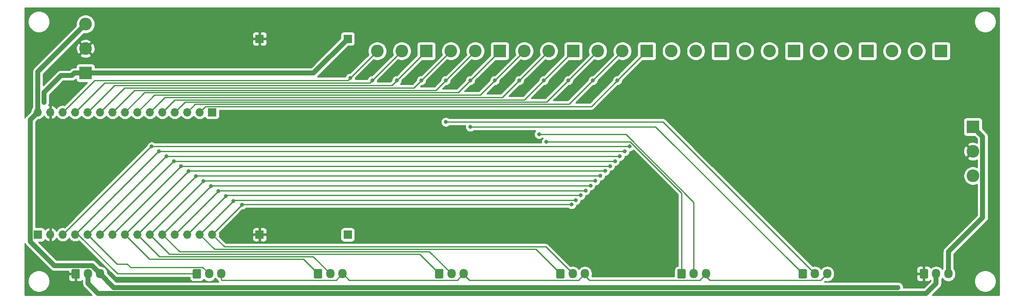
<source format=gbr>
%TF.GenerationSoftware,KiCad,Pcbnew,(5.1.12)-1*%
%TF.CreationDate,2021-12-19T17:26:01-05:00*%
%TF.ProjectId,FlipDisplay-Main,466c6970-4469-4737-906c-61792d4d6169,rev?*%
%TF.SameCoordinates,Original*%
%TF.FileFunction,Copper,L1,Top*%
%TF.FilePolarity,Positive*%
%FSLAX46Y46*%
G04 Gerber Fmt 4.6, Leading zero omitted, Abs format (unit mm)*
G04 Created by KiCad (PCBNEW (5.1.12)-1) date 2021-12-19 17:26:01*
%MOMM*%
%LPD*%
G01*
G04 APERTURE LIST*
%TA.AperFunction,ComponentPad*%
%ADD10C,2.600000*%
%TD*%
%TA.AperFunction,ComponentPad*%
%ADD11R,2.600000X2.600000*%
%TD*%
%TA.AperFunction,ComponentPad*%
%ADD12O,1.700000X1.950000*%
%TD*%
%TA.AperFunction,ComponentPad*%
%ADD13R,1.700000X1.700000*%
%TD*%
%TA.AperFunction,ComponentPad*%
%ADD14O,1.700000X1.700000*%
%TD*%
%TA.AperFunction,ViaPad*%
%ADD15C,0.800000*%
%TD*%
%TA.AperFunction,Conductor*%
%ADD16C,0.250000*%
%TD*%
%TA.AperFunction,Conductor*%
%ADD17C,1.000000*%
%TD*%
%TA.AperFunction,Conductor*%
%ADD18C,0.254000*%
%TD*%
%TA.AperFunction,Conductor*%
%ADD19C,0.100000*%
%TD*%
G04 APERTURE END LIST*
D10*
%TO.P,J13,3*%
%TO.N,/GPIO16*%
X242500000Y-89500000D03*
%TO.P,J13,2*%
%TO.N,/GPIO4*%
X247500000Y-89500000D03*
D11*
%TO.P,J13,1*%
%TO.N,/GPIO2*%
X252500000Y-89500000D03*
%TD*%
D10*
%TO.P,J24,3*%
%TO.N,/5V*%
X78000000Y-84000000D03*
%TO.P,J24,2*%
%TO.N,/GND*%
X78000000Y-89000000D03*
D11*
%TO.P,J24,1*%
%TO.N,/12V*%
X78000000Y-94000000D03*
%TD*%
D10*
%TO.P,J15,3*%
%TO.N,/GPIO15*%
X259000000Y-115000000D03*
%TO.P,J15,2*%
%TO.N,/GND*%
X259000000Y-110000000D03*
D11*
%TO.P,J15,1*%
%TO.N,/5V*%
X259000000Y-105000000D03*
%TD*%
D10*
%TO.P,J12,3*%
%TO.N,/GPIO18*%
X227500000Y-89500000D03*
%TO.P,J12,2*%
%TO.N,/GPIO5*%
X232500000Y-89500000D03*
D11*
%TO.P,J12,1*%
%TO.N,/GPIO17*%
X237500000Y-89500000D03*
%TD*%
D10*
%TO.P,J10,3*%
%TO.N,/GPIO3*%
X212500000Y-89500000D03*
%TO.P,J10,2*%
%TO.N,/GPIO21*%
X217500000Y-89500000D03*
D11*
%TO.P,J10,1*%
%TO.N,/GPIO19*%
X222500000Y-89500000D03*
%TD*%
D10*
%TO.P,J9,3*%
%TO.N,/GPIO23*%
X197500000Y-89500000D03*
%TO.P,J9,2*%
%TO.N,/GPIO22*%
X202500000Y-89500000D03*
D11*
%TO.P,J9,1*%
%TO.N,/GPIO1*%
X207500000Y-89500000D03*
%TD*%
D10*
%TO.P,J6,3*%
%TO.N,/GPIO34*%
X182500000Y-89500000D03*
%TO.P,J6,2*%
%TO.N,/GPIO39*%
X187500000Y-89500000D03*
D11*
%TO.P,J6,1*%
%TO.N,/GPIO36*%
X192500000Y-89500000D03*
%TD*%
D10*
%TO.P,J5,3*%
%TO.N,/GPIO33*%
X167500000Y-89500000D03*
%TO.P,J5,2*%
%TO.N,/GPIO32*%
X172500000Y-89500000D03*
D11*
%TO.P,J5,1*%
%TO.N,/GPIO35*%
X177500000Y-89500000D03*
%TD*%
D10*
%TO.P,J4,3*%
%TO.N,/GPIO27*%
X152500000Y-89500000D03*
%TO.P,J4,2*%
%TO.N,/GPIO26*%
X157500000Y-89500000D03*
D11*
%TO.P,J4,1*%
%TO.N,/GPIO25*%
X162500000Y-89500000D03*
%TD*%
D10*
%TO.P,J1,3*%
%TO.N,/GPIO13*%
X137500000Y-89500000D03*
%TO.P,J1,2*%
%TO.N,/GPIO12*%
X142500000Y-89500000D03*
D11*
%TO.P,J1,1*%
%TO.N,/GPIO14*%
X147500000Y-89500000D03*
%TD*%
D12*
%TO.P,J23,3*%
%TO.N,/5V*%
X254000000Y-135000000D03*
%TO.P,J23,2*%
%TO.N,/12V*%
X251500000Y-135000000D03*
%TO.P,J23,1*%
%TO.N,/GND*%
%TA.AperFunction,ComponentPad*%
G36*
G01*
X248150000Y-135725000D02*
X248150000Y-134275000D01*
G75*
G02*
X248400000Y-134025000I250000J0D01*
G01*
X249600000Y-134025000D01*
G75*
G02*
X249850000Y-134275000I0J-250000D01*
G01*
X249850000Y-135725000D01*
G75*
G02*
X249600000Y-135975000I-250000J0D01*
G01*
X248400000Y-135975000D01*
G75*
G02*
X248150000Y-135725000I0J250000D01*
G01*
G37*
%TD.AperFunction*%
%TD*%
%TO.P,J22,3*%
%TO.N,/5V*%
X81000000Y-135000000D03*
%TO.P,J22,2*%
%TO.N,/12V*%
X78500000Y-135000000D03*
%TO.P,J22,1*%
%TO.N,/GND*%
%TA.AperFunction,ComponentPad*%
G36*
G01*
X75150000Y-135725000D02*
X75150000Y-134275000D01*
G75*
G02*
X75400000Y-134025000I250000J0D01*
G01*
X76600000Y-134025000D01*
G75*
G02*
X76850000Y-134275000I0J-250000D01*
G01*
X76850000Y-135725000D01*
G75*
G02*
X76600000Y-135975000I-250000J0D01*
G01*
X75400000Y-135975000D01*
G75*
G02*
X75150000Y-135725000I0J250000D01*
G01*
G37*
%TD.AperFunction*%
%TD*%
%TO.P,J21,3*%
%TO.N,/GPIO13*%
X229285710Y-135000000D03*
%TO.P,J21,2*%
%TO.N,/GPIO26*%
X226785710Y-135000000D03*
%TO.P,J21,1*%
%TO.N,/GPIO25*%
%TA.AperFunction,ComponentPad*%
G36*
G01*
X223435710Y-135725000D02*
X223435710Y-134275000D01*
G75*
G02*
X223685710Y-134025000I250000J0D01*
G01*
X224885710Y-134025000D01*
G75*
G02*
X225135710Y-134275000I0J-250000D01*
G01*
X225135710Y-135725000D01*
G75*
G02*
X224885710Y-135975000I-250000J0D01*
G01*
X223685710Y-135975000D01*
G75*
G02*
X223435710Y-135725000I0J250000D01*
G01*
G37*
%TD.AperFunction*%
%TD*%
D13*
%TO.P,J20,1*%
%TO.N,/GND*%
X113500000Y-127000000D03*
%TD*%
%TO.P,J19,1*%
%TO.N,/12V*%
X131500000Y-87000000D03*
%TD*%
%TO.P,J18,1*%
%TO.N,/GND*%
X113500000Y-87000000D03*
%TD*%
%TO.P,J17,1*%
%TO.N,/5V*%
X131500000Y-127000000D03*
%TD*%
D12*
%TO.P,J16,3*%
%TO.N,/GPIO13*%
X204571425Y-135000000D03*
%TO.P,J16,2*%
%TO.N,/GPIO32*%
X202071425Y-135000000D03*
%TO.P,J16,1*%
%TO.N,/GPIO35*%
%TA.AperFunction,ComponentPad*%
G36*
G01*
X198721425Y-135725000D02*
X198721425Y-134275000D01*
G75*
G02*
X198971425Y-134025000I250000J0D01*
G01*
X200171425Y-134025000D01*
G75*
G02*
X200421425Y-134275000I0J-250000D01*
G01*
X200421425Y-135725000D01*
G75*
G02*
X200171425Y-135975000I-250000J0D01*
G01*
X198971425Y-135975000D01*
G75*
G02*
X198721425Y-135725000I0J250000D01*
G01*
G37*
%TD.AperFunction*%
%TD*%
%TO.P,J14,3*%
%TO.N,/GPIO13*%
X179857140Y-135000000D03*
%TO.P,J14,2*%
%TO.N,/GPIO23*%
X177357140Y-135000000D03*
%TO.P,J14,1*%
%TO.N,/GPIO22*%
%TA.AperFunction,ComponentPad*%
G36*
G01*
X174007140Y-135725000D02*
X174007140Y-134275000D01*
G75*
G02*
X174257140Y-134025000I250000J0D01*
G01*
X175457140Y-134025000D01*
G75*
G02*
X175707140Y-134275000I0J-250000D01*
G01*
X175707140Y-135725000D01*
G75*
G02*
X175457140Y-135975000I-250000J0D01*
G01*
X174257140Y-135975000D01*
G75*
G02*
X174007140Y-135725000I0J250000D01*
G01*
G37*
%TD.AperFunction*%
%TD*%
%TO.P,J11,3*%
%TO.N,/GPIO13*%
X155142855Y-135000000D03*
%TO.P,J11,2*%
%TO.N,/GPIO21*%
X152642855Y-135000000D03*
%TO.P,J11,1*%
%TO.N,/GPIO19*%
%TA.AperFunction,ComponentPad*%
G36*
G01*
X149292855Y-135725000D02*
X149292855Y-134275000D01*
G75*
G02*
X149542855Y-134025000I250000J0D01*
G01*
X150742855Y-134025000D01*
G75*
G02*
X150992855Y-134275000I0J-250000D01*
G01*
X150992855Y-135725000D01*
G75*
G02*
X150742855Y-135975000I-250000J0D01*
G01*
X149542855Y-135975000D01*
G75*
G02*
X149292855Y-135725000I0J250000D01*
G01*
G37*
%TD.AperFunction*%
%TD*%
D14*
%TO.P,J8,15*%
%TO.N,/GPIO23*%
X103840000Y-127000000D03*
%TO.P,J8,14*%
%TO.N,/GPIO22*%
X101300000Y-127000000D03*
%TO.P,J8,13*%
%TO.N,/GPIO1*%
X98760000Y-127000000D03*
%TO.P,J8,12*%
%TO.N,/GPIO3*%
X96220000Y-127000000D03*
%TO.P,J8,11*%
%TO.N,/GPIO21*%
X93680000Y-127000000D03*
%TO.P,J8,10*%
%TO.N,/GPIO19*%
X91140000Y-127000000D03*
%TO.P,J8,9*%
%TO.N,/GPIO18*%
X88600000Y-127000000D03*
%TO.P,J8,8*%
%TO.N,/GPIO5*%
X86060000Y-127000000D03*
%TO.P,J8,7*%
%TO.N,/GPIO17*%
X83520000Y-127000000D03*
%TO.P,J8,6*%
%TO.N,/GPIO16*%
X80980000Y-127000000D03*
%TO.P,J8,5*%
%TO.N,/GPIO4*%
X78440000Y-127000000D03*
%TO.P,J8,4*%
%TO.N,/GPIO2*%
X75900000Y-127000000D03*
%TO.P,J8,3*%
%TO.N,/GPIO15*%
X73360000Y-127000000D03*
%TO.P,J8,2*%
%TO.N,/GND*%
X70820000Y-127000000D03*
D13*
%TO.P,J8,1*%
%TO.N,/3V3*%
X68280000Y-127000000D03*
%TD*%
D12*
%TO.P,J7,3*%
%TO.N,/GPIO13*%
X130428570Y-135000000D03*
%TO.P,J7,2*%
%TO.N,/GPIO18*%
X127928570Y-135000000D03*
%TO.P,J7,1*%
%TO.N,/GPIO5*%
%TA.AperFunction,ComponentPad*%
G36*
G01*
X124578570Y-135725000D02*
X124578570Y-134275000D01*
G75*
G02*
X124828570Y-134025000I250000J0D01*
G01*
X126028570Y-134025000D01*
G75*
G02*
X126278570Y-134275000I0J-250000D01*
G01*
X126278570Y-135725000D01*
G75*
G02*
X126028570Y-135975000I-250000J0D01*
G01*
X124828570Y-135975000D01*
G75*
G02*
X124578570Y-135725000I0J250000D01*
G01*
G37*
%TD.AperFunction*%
%TD*%
%TO.P,J3,3*%
%TO.N,/GPIO13*%
X105714285Y-135000000D03*
%TO.P,J3,2*%
%TO.N,/GPIO4*%
X103214285Y-135000000D03*
%TO.P,J3,1*%
%TO.N,/GPIO2*%
%TA.AperFunction,ComponentPad*%
G36*
G01*
X99864285Y-135725000D02*
X99864285Y-134275000D01*
G75*
G02*
X100114285Y-134025000I250000J0D01*
G01*
X101314285Y-134025000D01*
G75*
G02*
X101564285Y-134275000I0J-250000D01*
G01*
X101564285Y-135725000D01*
G75*
G02*
X101314285Y-135975000I-250000J0D01*
G01*
X100114285Y-135975000D01*
G75*
G02*
X99864285Y-135725000I0J250000D01*
G01*
G37*
%TD.AperFunction*%
%TD*%
D14*
%TO.P,J2,15*%
%TO.N,/5V*%
X68270000Y-102000000D03*
%TO.P,J2,14*%
%TO.N,/GND*%
X70810000Y-102000000D03*
%TO.P,J2,13*%
%TO.N,/GPIO13*%
X73350000Y-102000000D03*
%TO.P,J2,12*%
%TO.N,/GPIO12*%
X75890000Y-102000000D03*
%TO.P,J2,11*%
%TO.N,/GPIO14*%
X78430000Y-102000000D03*
%TO.P,J2,10*%
%TO.N,/GPIO27*%
X80970000Y-102000000D03*
%TO.P,J2,9*%
%TO.N,/GPIO26*%
X83510000Y-102000000D03*
%TO.P,J2,8*%
%TO.N,/GPIO25*%
X86050000Y-102000000D03*
%TO.P,J2,7*%
%TO.N,/GPIO33*%
X88590000Y-102000000D03*
%TO.P,J2,6*%
%TO.N,/GPIO32*%
X91130000Y-102000000D03*
%TO.P,J2,5*%
%TO.N,/GPIO35*%
X93670000Y-102000000D03*
%TO.P,J2,4*%
%TO.N,/GPIO34*%
X96210000Y-102000000D03*
%TO.P,J2,3*%
%TO.N,/GPIO39*%
X98750000Y-102000000D03*
%TO.P,J2,2*%
%TO.N,/GPIO36*%
X101290000Y-102000000D03*
D13*
%TO.P,J2,1*%
%TO.N,Net-(J2-Pad1)*%
X103830000Y-102000000D03*
%TD*%
D15*
%TO.N,/GPIO13*%
X132000000Y-95000000D03*
%TO.N,/GPIO12*%
X136500000Y-95500000D03*
%TO.N,/GPIO14*%
X141500000Y-95500000D03*
%TO.N,/5V*%
X243700010Y-137799990D03*
%TO.N,/GPIO27*%
X146500000Y-95500000D03*
%TO.N,/GPIO26*%
X151500000Y-95500000D03*
X151500000Y-104000000D03*
%TO.N,/GPIO25*%
X156500000Y-95500000D03*
X156500000Y-105000000D03*
%TO.N,/GPIO33*%
X161500000Y-95500000D03*
%TO.N,/GPIO32*%
X166500000Y-95500000D03*
X170500000Y-106500000D03*
%TO.N,/GPIO35*%
X171500000Y-95500000D03*
X172000000Y-108000000D03*
%TO.N,/GPIO34*%
X176500000Y-95500000D03*
%TO.N,/GPIO39*%
X181500000Y-95500000D03*
%TO.N,/GPIO36*%
X186500000Y-95500000D03*
%TO.N,/GPIO4*%
X187000000Y-111000000D03*
X94500000Y-111000000D03*
%TO.N,/GPIO2*%
X188000000Y-110000000D03*
X93000000Y-110000000D03*
%TO.N,/GPIO18*%
X183000000Y-115000000D03*
X100550000Y-115050000D03*
%TO.N,/GPIO5*%
X184000000Y-114000000D03*
X99030000Y-114030000D03*
%TO.N,/GPIO23*%
X177160000Y-120840000D03*
X109920000Y-120920000D03*
%TO.N,/GPIO22*%
X178000000Y-120000000D03*
X108150000Y-120150000D03*
%TO.N,/GPIO1*%
X179000000Y-119000000D03*
X106630000Y-119130000D03*
%TO.N,/GPIO3*%
X180000000Y-118000000D03*
X105110000Y-118110000D03*
%TO.N,/GPIO21*%
X181000000Y-117000000D03*
X103590000Y-117090000D03*
%TO.N,/GPIO19*%
X182000000Y-116000000D03*
X102070000Y-116070000D03*
%TO.N,/GPIO17*%
X185000000Y-113000000D03*
X97510000Y-113010000D03*
%TO.N,/GPIO16*%
X186000000Y-112000000D03*
X96000000Y-112000000D03*
%TO.N,/GPIO15*%
X189000000Y-109000000D03*
X91500000Y-109000000D03*
%TO.N,/12V*%
X69500000Y-100000000D03*
X80500000Y-139000000D03*
%TD*%
D16*
%TO.N,/GPIO13*%
X131500000Y-95500000D02*
X132000000Y-95000000D01*
X79850000Y-95500000D02*
X131500000Y-95500000D01*
X73350000Y-102000000D02*
X79850000Y-95500000D01*
X132000000Y-95000000D02*
X137500000Y-89500000D01*
X129128560Y-136300010D02*
X130428570Y-135000000D01*
X105789295Y-136300010D02*
X129128560Y-136300010D01*
X105714285Y-136225000D02*
X105789295Y-136300010D01*
X105714285Y-135000000D02*
X105714285Y-136225000D01*
X130428570Y-135000000D02*
X130500000Y-135000000D01*
X153842845Y-136300010D02*
X155142855Y-135000000D01*
X131800010Y-136300010D02*
X153842845Y-136300010D01*
X130500000Y-135000000D02*
X131800010Y-136300010D01*
X155142855Y-135000000D02*
X155142855Y-135142855D01*
X178557130Y-136300010D02*
X179857140Y-135000000D01*
X156300010Y-136300010D02*
X178557130Y-136300010D01*
X155142855Y-135142855D02*
X156300010Y-136300010D01*
X179857140Y-135000000D02*
X179857140Y-135357140D01*
X203271415Y-136300010D02*
X204571425Y-135000000D01*
X180800010Y-136300010D02*
X203271415Y-136300010D01*
X179857140Y-135357140D02*
X180800010Y-136300010D01*
X204571425Y-135000000D02*
X204571425Y-135571425D01*
X227985700Y-136300010D02*
X229285710Y-135000000D01*
X205300010Y-136300010D02*
X227985700Y-136300010D01*
X204571425Y-135571425D02*
X205300010Y-136300010D01*
%TO.N,/GPIO12*%
X136000000Y-96000000D02*
X136500000Y-95500000D01*
X81890000Y-96000000D02*
X136000000Y-96000000D01*
X75890000Y-102000000D02*
X81890000Y-96000000D01*
X136500000Y-95500000D02*
X142500000Y-89500000D01*
%TO.N,/GPIO14*%
X140500000Y-96500000D02*
X141500000Y-95500000D01*
X83930000Y-96500000D02*
X140500000Y-96500000D01*
X78430000Y-102000000D02*
X83930000Y-96500000D01*
X141500000Y-95500000D02*
X147500000Y-89500000D01*
D17*
%TO.N,/5V*%
X68270000Y-93730000D02*
X78000000Y-84000000D01*
X68270000Y-102000000D02*
X68270000Y-93730000D01*
X66729999Y-103540001D02*
X68270000Y-102000000D01*
X66729999Y-128410001D02*
X66729999Y-103540001D01*
X71644988Y-133324990D02*
X66729999Y-128410001D01*
X79324990Y-133324990D02*
X71644988Y-133324990D01*
X81000000Y-135000000D02*
X79324990Y-133324990D01*
X254000000Y-135000000D02*
X254000000Y-130500000D01*
X261000001Y-107000001D02*
X259000000Y-105000000D01*
X261000001Y-123499999D02*
X261000001Y-107000001D01*
X254000000Y-130500000D02*
X261000001Y-123499999D01*
X81000000Y-135000000D02*
X83799990Y-137799990D01*
X83799990Y-137799990D02*
X243700010Y-137799990D01*
X243700010Y-137799990D02*
X243700010Y-137799990D01*
D16*
%TO.N,/GPIO27*%
X145000000Y-97000000D02*
X146500000Y-95500000D01*
X85970000Y-97000000D02*
X145000000Y-97000000D01*
X80970000Y-102000000D02*
X85970000Y-97000000D01*
X146500000Y-95500000D02*
X152500000Y-89500000D01*
%TO.N,/GPIO26*%
X149500000Y-97500000D02*
X151500000Y-95500000D01*
X88010000Y-97500000D02*
X149500000Y-97500000D01*
X83510000Y-102000000D02*
X88010000Y-97500000D01*
X151500000Y-95500000D02*
X157500000Y-89500000D01*
X226785710Y-135000000D02*
X195785710Y-104000000D01*
X195785710Y-104000000D02*
X151500000Y-104000000D01*
X151500000Y-104000000D02*
X151500000Y-104000000D01*
%TO.N,/GPIO25*%
X154000000Y-98000000D02*
X156500000Y-95500000D01*
X90050000Y-98000000D02*
X154000000Y-98000000D01*
X86050000Y-102000000D02*
X90050000Y-98000000D01*
X156500000Y-95500000D02*
X162500000Y-89500000D01*
X224285710Y-135000000D02*
X194285710Y-105000000D01*
X194285710Y-105000000D02*
X156500000Y-105000000D01*
X156500000Y-105000000D02*
X156500000Y-105000000D01*
%TO.N,/GPIO33*%
X158500000Y-98500000D02*
X161500000Y-95500000D01*
X92090000Y-98500000D02*
X158500000Y-98500000D01*
X88590000Y-102000000D02*
X92090000Y-98500000D01*
X161500000Y-95500000D02*
X167500000Y-89500000D01*
%TO.N,/GPIO32*%
X163000000Y-99000000D02*
X166500000Y-95500000D01*
X94130000Y-99000000D02*
X163000000Y-99000000D01*
X91130000Y-102000000D02*
X94130000Y-99000000D01*
X166500000Y-95500000D02*
X172500000Y-89500000D01*
X202071425Y-120362013D02*
X188209412Y-106500000D01*
X202071425Y-135000000D02*
X202071425Y-120362013D01*
X188209412Y-106500000D02*
X170500000Y-106500000D01*
X170500000Y-106500000D02*
X170500000Y-106500000D01*
%TO.N,/GPIO35*%
X167525031Y-99474969D02*
X171500000Y-95500000D01*
X96195031Y-99474969D02*
X167525031Y-99474969D01*
X93670000Y-102000000D02*
X96195031Y-99474969D01*
X171500000Y-95500000D02*
X177500000Y-89500000D01*
X199571425Y-118498423D02*
X189073002Y-108000000D01*
X199571425Y-135000000D02*
X199571425Y-118498423D01*
X189073002Y-108000000D02*
X172000000Y-108000000D01*
X172000000Y-108000000D02*
X172000000Y-108000000D01*
%TO.N,/GPIO34*%
X172075021Y-99924979D02*
X176500000Y-95500000D01*
X98285021Y-99924979D02*
X172075021Y-99924979D01*
X96210000Y-102000000D02*
X98285021Y-99924979D01*
X176500000Y-95500000D02*
X182500000Y-89500000D01*
%TO.N,/GPIO39*%
X176625011Y-100374989D02*
X181500000Y-95500000D01*
X100375011Y-100374989D02*
X176625011Y-100374989D01*
X98750000Y-102000000D02*
X100375011Y-100374989D01*
X181500000Y-95500000D02*
X187500000Y-89500000D01*
%TO.N,/GPIO36*%
X181175001Y-100824999D02*
X186500000Y-95500000D01*
X102465001Y-100824999D02*
X181175001Y-100824999D01*
X101290000Y-102000000D02*
X102465001Y-100824999D01*
X186500000Y-95500000D02*
X192500000Y-89500000D01*
%TO.N,/GPIO4*%
X78440000Y-127000000D02*
X94440000Y-111000000D01*
X94440000Y-111000000D02*
X94500000Y-111000000D01*
X109000000Y-111000000D02*
X126500000Y-111000000D01*
X126500000Y-111000000D02*
X175500000Y-111000000D01*
X175500000Y-111000000D02*
X187000000Y-111000000D01*
X187000000Y-111000000D02*
X187000000Y-111000000D01*
X94500000Y-111000000D02*
X109000000Y-111000000D01*
X101914275Y-133699990D02*
X87199990Y-133699990D01*
X103214285Y-135000000D02*
X101914275Y-133699990D01*
X84440000Y-133000000D02*
X78440000Y-127000000D01*
X86500000Y-133000000D02*
X84440000Y-133000000D01*
X87199990Y-133699990D02*
X86500000Y-133000000D01*
%TO.N,/GPIO2*%
X75900000Y-127000000D02*
X92900000Y-110000000D01*
X92900000Y-110000000D02*
X93000000Y-110000000D01*
X109000000Y-110000000D02*
X126500000Y-110000000D01*
X126500000Y-110000000D02*
X175500000Y-110000000D01*
X175500000Y-110000000D02*
X188000000Y-110000000D01*
X188000000Y-110000000D02*
X188000000Y-110000000D01*
X93000000Y-110000000D02*
X109000000Y-110000000D01*
X100714285Y-135000000D02*
X84500000Y-135000000D01*
X76500000Y-127000000D02*
X75900000Y-127000000D01*
X84500000Y-135000000D02*
X76500000Y-127000000D01*
%TO.N,/GPIO18*%
X88600000Y-127000000D02*
X100550000Y-115050000D01*
X100600000Y-115000000D02*
X109000000Y-115000000D01*
X109000000Y-115000000D02*
X126500000Y-115000000D01*
X126500000Y-115000000D02*
X175500000Y-115000000D01*
X175500000Y-115000000D02*
X183000000Y-115000000D01*
X183000000Y-115000000D02*
X183000000Y-115000000D01*
X100550000Y-115050000D02*
X100600000Y-115000000D01*
X127928570Y-135000000D02*
X124428570Y-131500000D01*
X93100000Y-131500000D02*
X88600000Y-127000000D01*
X124428570Y-131500000D02*
X93100000Y-131500000D01*
%TO.N,/GPIO5*%
X86060000Y-127000000D02*
X99030000Y-114030000D01*
X99060000Y-114000000D02*
X109000000Y-114000000D01*
X109000000Y-114000000D02*
X126500000Y-114000000D01*
X126500000Y-114000000D02*
X175500000Y-114000000D01*
X175500000Y-114000000D02*
X184000000Y-114000000D01*
X184000000Y-114000000D02*
X184000000Y-114000000D01*
X99030000Y-114030000D02*
X99060000Y-114000000D01*
X125428570Y-135000000D02*
X122428570Y-132000000D01*
X91060000Y-132000000D02*
X86060000Y-127000000D01*
X122428570Y-132000000D02*
X91060000Y-132000000D01*
%TO.N,/GPIO23*%
X103840000Y-127000000D02*
X109920000Y-120920000D01*
X110000000Y-120840000D02*
X177160000Y-120840000D01*
X177160000Y-120840000D02*
X177160000Y-120840000D01*
X177160000Y-120840000D02*
X177160000Y-120840000D01*
X109920000Y-120920000D02*
X110000000Y-120840000D01*
X177357140Y-135000000D02*
X171857140Y-129500000D01*
X106340000Y-129500000D02*
X103840000Y-127000000D01*
X171857140Y-129500000D02*
X106340000Y-129500000D01*
%TO.N,/GPIO22*%
X101300000Y-127000000D02*
X108150000Y-120150000D01*
X108300000Y-120000000D02*
X162000000Y-120000000D01*
X162000000Y-120000000D02*
X178000000Y-120000000D01*
X178000000Y-120000000D02*
X178000000Y-120000000D01*
X108150000Y-120150000D02*
X108300000Y-120000000D01*
X174857140Y-135000000D02*
X169857140Y-130000000D01*
X104300000Y-130000000D02*
X101300000Y-127000000D01*
X169857140Y-130000000D02*
X104300000Y-130000000D01*
%TO.N,/GPIO1*%
X98760000Y-127000000D02*
X106630000Y-119130000D01*
X106760000Y-119000000D02*
X109000000Y-119000000D01*
X109000000Y-119000000D02*
X179000000Y-119000000D01*
X179000000Y-119000000D02*
X179000000Y-119000000D01*
X106630000Y-119130000D02*
X106760000Y-119000000D01*
%TO.N,/GPIO3*%
X96220000Y-127000000D02*
X105110000Y-118110000D01*
X105220000Y-118000000D02*
X109000000Y-118000000D01*
X109000000Y-118000000D02*
X126500000Y-118000000D01*
X126500000Y-118000000D02*
X175500000Y-118000000D01*
X175500000Y-118000000D02*
X180000000Y-118000000D01*
X180000000Y-118000000D02*
X180000000Y-118000000D01*
X105110000Y-118110000D02*
X105220000Y-118000000D01*
%TO.N,/GPIO21*%
X93680000Y-127000000D02*
X103590000Y-117090000D01*
X103680000Y-117000000D02*
X109000000Y-117000000D01*
X109000000Y-117000000D02*
X126500000Y-117000000D01*
X126500000Y-117000000D02*
X175500000Y-117000000D01*
X175500000Y-117000000D02*
X181000000Y-117000000D01*
X181000000Y-117000000D02*
X181000000Y-117000000D01*
X103590000Y-117090000D02*
X103680000Y-117000000D01*
X152642855Y-135000000D02*
X148142855Y-130500000D01*
X97180000Y-130500000D02*
X93680000Y-127000000D01*
X148142855Y-130500000D02*
X97180000Y-130500000D01*
%TO.N,/GPIO19*%
X91140000Y-127000000D02*
X102070000Y-116070000D01*
X102140000Y-116000000D02*
X109000000Y-116000000D01*
X109000000Y-116000000D02*
X126500000Y-116000000D01*
X126500000Y-116000000D02*
X175500000Y-116000000D01*
X175500000Y-116000000D02*
X182000000Y-116000000D01*
X182000000Y-116000000D02*
X182000000Y-116000000D01*
X102070000Y-116070000D02*
X102140000Y-116000000D01*
X150142855Y-135000000D02*
X146142855Y-131000000D01*
X95140000Y-131000000D02*
X91140000Y-127000000D01*
X146142855Y-131000000D02*
X95140000Y-131000000D01*
%TO.N,/GPIO17*%
X83520000Y-127000000D02*
X97510000Y-113010000D01*
X97520000Y-113000000D02*
X109000000Y-113000000D01*
X109000000Y-113000000D02*
X126500000Y-113000000D01*
X126500000Y-113000000D02*
X175500000Y-113000000D01*
X175500000Y-113000000D02*
X185000000Y-113000000D01*
X185000000Y-113000000D02*
X185000000Y-113000000D01*
X97510000Y-113010000D02*
X97520000Y-113000000D01*
%TO.N,/GPIO16*%
X80980000Y-127000000D02*
X95980000Y-112000000D01*
X95980000Y-112000000D02*
X96000000Y-112000000D01*
X109000000Y-112000000D02*
X126500000Y-112000000D01*
X126500000Y-112000000D02*
X175500000Y-112000000D01*
X175500000Y-112000000D02*
X186000000Y-112000000D01*
X186000000Y-112000000D02*
X186000000Y-112000000D01*
X96000000Y-112000000D02*
X109000000Y-112000000D01*
%TO.N,/GPIO15*%
X189000000Y-109000000D02*
X189000000Y-109000000D01*
X73360000Y-127000000D02*
X91360000Y-109000000D01*
X91360000Y-109000000D02*
X91500000Y-109000000D01*
X109000000Y-109000000D02*
X126500000Y-109000000D01*
X126500000Y-109000000D02*
X175500000Y-109000000D01*
X175500000Y-109000000D02*
X189000000Y-109000000D01*
X91500000Y-109000000D02*
X109000000Y-109000000D01*
D17*
%TO.N,/12V*%
X124500000Y-94000000D02*
X131500000Y-87000000D01*
X78000000Y-94000000D02*
X124500000Y-94000000D01*
X75700000Y-94000000D02*
X75200000Y-94500000D01*
X78000000Y-94000000D02*
X75700000Y-94000000D01*
X73000000Y-94500000D02*
X69500000Y-98000000D01*
X75200000Y-94500000D02*
X73000000Y-94500000D01*
X69500000Y-98000000D02*
X69500000Y-100000000D01*
X69500000Y-100000000D02*
X69500000Y-100000000D01*
X78500000Y-136975000D02*
X80525000Y-139000000D01*
X78500000Y-135000000D02*
X78500000Y-136975000D01*
X251500000Y-136975000D02*
X251500000Y-135000000D01*
X249475000Y-139000000D02*
X251500000Y-136975000D01*
X80525000Y-139000000D02*
X249475000Y-139000000D01*
%TD*%
D18*
%TO.N,/GND*%
X65676323Y-128846447D02*
X65781715Y-129043624D01*
X65923550Y-129216450D01*
X65966864Y-129251997D01*
X70802997Y-134088131D01*
X70838539Y-134131439D01*
X71011365Y-134273274D01*
X71183022Y-134365026D01*
X71208541Y-134378666D01*
X71422489Y-134443567D01*
X71644987Y-134465481D01*
X71700739Y-134459990D01*
X74513867Y-134459990D01*
X74515000Y-134714250D01*
X74673750Y-134873000D01*
X75873000Y-134873000D01*
X75873000Y-134853000D01*
X76127000Y-134853000D01*
X76127000Y-134873000D01*
X76147000Y-134873000D01*
X76147000Y-135127000D01*
X76127000Y-135127000D01*
X76127000Y-136451250D01*
X76285750Y-136610000D01*
X76850000Y-136613072D01*
X76974482Y-136600812D01*
X77094180Y-136564502D01*
X77204494Y-136505537D01*
X77301185Y-136426185D01*
X77365001Y-136348425D01*
X77365001Y-136919239D01*
X77359509Y-136975000D01*
X77381423Y-137197498D01*
X77446324Y-137411446D01*
X77492637Y-137498092D01*
X77551717Y-137608623D01*
X77693552Y-137781449D01*
X77736860Y-137816991D01*
X79259868Y-139340000D01*
X65660000Y-139340000D01*
X65660000Y-136279872D01*
X66265000Y-136279872D01*
X66265000Y-136720128D01*
X66350890Y-137151925D01*
X66519369Y-137558669D01*
X66763962Y-137924729D01*
X67075271Y-138236038D01*
X67441331Y-138480631D01*
X67848075Y-138649110D01*
X68279872Y-138735000D01*
X68720128Y-138735000D01*
X69151925Y-138649110D01*
X69558669Y-138480631D01*
X69924729Y-138236038D01*
X70236038Y-137924729D01*
X70480631Y-137558669D01*
X70649110Y-137151925D01*
X70735000Y-136720128D01*
X70735000Y-136279872D01*
X70674358Y-135975000D01*
X74511928Y-135975000D01*
X74524188Y-136099482D01*
X74560498Y-136219180D01*
X74619463Y-136329494D01*
X74698815Y-136426185D01*
X74795506Y-136505537D01*
X74905820Y-136564502D01*
X75025518Y-136600812D01*
X75150000Y-136613072D01*
X75714250Y-136610000D01*
X75873000Y-136451250D01*
X75873000Y-135127000D01*
X74673750Y-135127000D01*
X74515000Y-135285750D01*
X74511928Y-135975000D01*
X70674358Y-135975000D01*
X70649110Y-135848075D01*
X70480631Y-135441331D01*
X70236038Y-135075271D01*
X69924729Y-134763962D01*
X69558669Y-134519369D01*
X69151925Y-134350890D01*
X68720128Y-134265000D01*
X68279872Y-134265000D01*
X67848075Y-134350890D01*
X67441331Y-134519369D01*
X67075271Y-134763962D01*
X66763962Y-135075271D01*
X66519369Y-135441331D01*
X66350890Y-135848075D01*
X66265000Y-136279872D01*
X65660000Y-136279872D01*
X65660000Y-128792638D01*
X65676323Y-128846447D01*
%TA.AperFunction,Conductor*%
D19*
G36*
X65676323Y-128846447D02*
G01*
X65781715Y-129043624D01*
X65923550Y-129216450D01*
X65966864Y-129251997D01*
X70802997Y-134088131D01*
X70838539Y-134131439D01*
X71011365Y-134273274D01*
X71183022Y-134365026D01*
X71208541Y-134378666D01*
X71422489Y-134443567D01*
X71644987Y-134465481D01*
X71700739Y-134459990D01*
X74513867Y-134459990D01*
X74515000Y-134714250D01*
X74673750Y-134873000D01*
X75873000Y-134873000D01*
X75873000Y-134853000D01*
X76127000Y-134853000D01*
X76127000Y-134873000D01*
X76147000Y-134873000D01*
X76147000Y-135127000D01*
X76127000Y-135127000D01*
X76127000Y-136451250D01*
X76285750Y-136610000D01*
X76850000Y-136613072D01*
X76974482Y-136600812D01*
X77094180Y-136564502D01*
X77204494Y-136505537D01*
X77301185Y-136426185D01*
X77365001Y-136348425D01*
X77365001Y-136919239D01*
X77359509Y-136975000D01*
X77381423Y-137197498D01*
X77446324Y-137411446D01*
X77492637Y-137498092D01*
X77551717Y-137608623D01*
X77693552Y-137781449D01*
X77736860Y-137816991D01*
X79259868Y-139340000D01*
X65660000Y-139340000D01*
X65660000Y-136279872D01*
X66265000Y-136279872D01*
X66265000Y-136720128D01*
X66350890Y-137151925D01*
X66519369Y-137558669D01*
X66763962Y-137924729D01*
X67075271Y-138236038D01*
X67441331Y-138480631D01*
X67848075Y-138649110D01*
X68279872Y-138735000D01*
X68720128Y-138735000D01*
X69151925Y-138649110D01*
X69558669Y-138480631D01*
X69924729Y-138236038D01*
X70236038Y-137924729D01*
X70480631Y-137558669D01*
X70649110Y-137151925D01*
X70735000Y-136720128D01*
X70735000Y-136279872D01*
X70674358Y-135975000D01*
X74511928Y-135975000D01*
X74524188Y-136099482D01*
X74560498Y-136219180D01*
X74619463Y-136329494D01*
X74698815Y-136426185D01*
X74795506Y-136505537D01*
X74905820Y-136564502D01*
X75025518Y-136600812D01*
X75150000Y-136613072D01*
X75714250Y-136610000D01*
X75873000Y-136451250D01*
X75873000Y-135127000D01*
X74673750Y-135127000D01*
X74515000Y-135285750D01*
X74511928Y-135975000D01*
X70674358Y-135975000D01*
X70649110Y-135848075D01*
X70480631Y-135441331D01*
X70236038Y-135075271D01*
X69924729Y-134763962D01*
X69558669Y-134519369D01*
X69151925Y-134350890D01*
X68720128Y-134265000D01*
X68279872Y-134265000D01*
X67848075Y-134350890D01*
X67441331Y-134519369D01*
X67075271Y-134763962D01*
X66763962Y-135075271D01*
X66519369Y-135441331D01*
X66350890Y-135848075D01*
X66265000Y-136279872D01*
X65660000Y-136279872D01*
X65660000Y-128792638D01*
X65676323Y-128846447D01*
G37*
%TD.AperFunction*%
D18*
X264340001Y-139340000D02*
X250740131Y-139340000D01*
X252263141Y-137816991D01*
X252306449Y-137781449D01*
X252448284Y-137608623D01*
X252553676Y-137411447D01*
X252618577Y-137197499D01*
X252635000Y-137030752D01*
X252635000Y-137030743D01*
X252640490Y-136975001D01*
X252635000Y-136919259D01*
X252635000Y-136082817D01*
X252740706Y-135954014D01*
X252750000Y-135936626D01*
X252759294Y-135954014D01*
X252944866Y-136180134D01*
X253170987Y-136365706D01*
X253428967Y-136503599D01*
X253708890Y-136588513D01*
X254000000Y-136617185D01*
X254291111Y-136588513D01*
X254571034Y-136503599D01*
X254829014Y-136365706D01*
X254933602Y-136279872D01*
X259265000Y-136279872D01*
X259265000Y-136720128D01*
X259350890Y-137151925D01*
X259519369Y-137558669D01*
X259763962Y-137924729D01*
X260075271Y-138236038D01*
X260441331Y-138480631D01*
X260848075Y-138649110D01*
X261279872Y-138735000D01*
X261720128Y-138735000D01*
X262151925Y-138649110D01*
X262558669Y-138480631D01*
X262924729Y-138236038D01*
X263236038Y-137924729D01*
X263480631Y-137558669D01*
X263649110Y-137151925D01*
X263735000Y-136720128D01*
X263735000Y-136279872D01*
X263649110Y-135848075D01*
X263480631Y-135441331D01*
X263236038Y-135075271D01*
X262924729Y-134763962D01*
X262558669Y-134519369D01*
X262151925Y-134350890D01*
X261720128Y-134265000D01*
X261279872Y-134265000D01*
X260848075Y-134350890D01*
X260441331Y-134519369D01*
X260075271Y-134763962D01*
X259763962Y-135075271D01*
X259519369Y-135441331D01*
X259350890Y-135848075D01*
X259265000Y-136279872D01*
X254933602Y-136279872D01*
X255055134Y-136180134D01*
X255240706Y-135954014D01*
X255378599Y-135696033D01*
X255463513Y-135416110D01*
X255485000Y-135197949D01*
X255485000Y-134802050D01*
X255463513Y-134583889D01*
X255378599Y-134303966D01*
X255240706Y-134045986D01*
X255135000Y-133917183D01*
X255135000Y-130970131D01*
X261763142Y-124341990D01*
X261806450Y-124306448D01*
X261948285Y-124133622D01*
X262053677Y-123936446D01*
X262118578Y-123722498D01*
X262135001Y-123555751D01*
X262135001Y-123555742D01*
X262140491Y-123500000D01*
X262135001Y-123444258D01*
X262135001Y-107055753D01*
X262140492Y-107000001D01*
X262118578Y-106777502D01*
X262053677Y-106563554D01*
X261948285Y-106366378D01*
X261841990Y-106236857D01*
X261841988Y-106236855D01*
X261806450Y-106193552D01*
X261763147Y-106158014D01*
X260938072Y-105332940D01*
X260938072Y-103700000D01*
X260925812Y-103575518D01*
X260889502Y-103455820D01*
X260830537Y-103345506D01*
X260751185Y-103248815D01*
X260654494Y-103169463D01*
X260544180Y-103110498D01*
X260424482Y-103074188D01*
X260300000Y-103061928D01*
X257700000Y-103061928D01*
X257575518Y-103074188D01*
X257455820Y-103110498D01*
X257345506Y-103169463D01*
X257248815Y-103248815D01*
X257169463Y-103345506D01*
X257110498Y-103455820D01*
X257074188Y-103575518D01*
X257061928Y-103700000D01*
X257061928Y-106300000D01*
X257074188Y-106424482D01*
X257110498Y-106544180D01*
X257169463Y-106654494D01*
X257248815Y-106751185D01*
X257345506Y-106830537D01*
X257455820Y-106889502D01*
X257575518Y-106925812D01*
X257700000Y-106938072D01*
X259332940Y-106938072D01*
X259865002Y-107470135D01*
X259865002Y-108269103D01*
X259696955Y-108184841D01*
X259329443Y-108083750D01*
X258949271Y-108056299D01*
X258571049Y-108103543D01*
X258209310Y-108223667D01*
X257962317Y-108355688D01*
X257830381Y-108650776D01*
X259000000Y-109820395D01*
X259014143Y-109806253D01*
X259193748Y-109985858D01*
X259179605Y-110000000D01*
X259193748Y-110014143D01*
X259014143Y-110193748D01*
X259000000Y-110179605D01*
X257830381Y-111349224D01*
X257962317Y-111644312D01*
X258303045Y-111815159D01*
X258670557Y-111916250D01*
X259050729Y-111943701D01*
X259428951Y-111896457D01*
X259790690Y-111776333D01*
X259865002Y-111736612D01*
X259865002Y-113263866D01*
X259564419Y-113139361D01*
X259190581Y-113065000D01*
X258809419Y-113065000D01*
X258435581Y-113139361D01*
X258083434Y-113285225D01*
X257766509Y-113496987D01*
X257496987Y-113766509D01*
X257285225Y-114083434D01*
X257139361Y-114435581D01*
X257065000Y-114809419D01*
X257065000Y-115190581D01*
X257139361Y-115564419D01*
X257285225Y-115916566D01*
X257496987Y-116233491D01*
X257766509Y-116503013D01*
X258083434Y-116714775D01*
X258435581Y-116860639D01*
X258809419Y-116935000D01*
X259190581Y-116935000D01*
X259564419Y-116860639D01*
X259865001Y-116736134D01*
X259865001Y-123029867D01*
X253236860Y-129658009D01*
X253193552Y-129693551D01*
X253051717Y-129866377D01*
X253020770Y-129924276D01*
X252946324Y-130063554D01*
X252881423Y-130277502D01*
X252859509Y-130500000D01*
X252865001Y-130555761D01*
X252865000Y-133917183D01*
X252759294Y-134045987D01*
X252750000Y-134063374D01*
X252740706Y-134045986D01*
X252555134Y-133819866D01*
X252329013Y-133634294D01*
X252071033Y-133496401D01*
X251791110Y-133411487D01*
X251500000Y-133382815D01*
X251208889Y-133411487D01*
X250928966Y-133496401D01*
X250670986Y-133634294D01*
X250450055Y-133815608D01*
X250439502Y-133780820D01*
X250380537Y-133670506D01*
X250301185Y-133573815D01*
X250204494Y-133494463D01*
X250094180Y-133435498D01*
X249974482Y-133399188D01*
X249850000Y-133386928D01*
X249285750Y-133390000D01*
X249127000Y-133548750D01*
X249127000Y-134873000D01*
X249147000Y-134873000D01*
X249147000Y-135127000D01*
X249127000Y-135127000D01*
X249127000Y-136451250D01*
X249285750Y-136610000D01*
X249850000Y-136613072D01*
X249974482Y-136600812D01*
X250094180Y-136564502D01*
X250204494Y-136505537D01*
X250301185Y-136426185D01*
X250365000Y-136348426D01*
X250365000Y-136504868D01*
X249004869Y-137865000D01*
X244834098Y-137865000D01*
X244840501Y-137799990D01*
X244818587Y-137577491D01*
X244753686Y-137363543D01*
X244648294Y-137166367D01*
X244506459Y-136993541D01*
X244333633Y-136851706D01*
X244136457Y-136746314D01*
X243922509Y-136681413D01*
X243755762Y-136664990D01*
X228695521Y-136664990D01*
X228823808Y-136536704D01*
X228994600Y-136588513D01*
X229285710Y-136617185D01*
X229576821Y-136588513D01*
X229856744Y-136503599D01*
X230114724Y-136365706D01*
X230340844Y-136180134D01*
X230509193Y-135975000D01*
X247511928Y-135975000D01*
X247524188Y-136099482D01*
X247560498Y-136219180D01*
X247619463Y-136329494D01*
X247698815Y-136426185D01*
X247795506Y-136505537D01*
X247905820Y-136564502D01*
X248025518Y-136600812D01*
X248150000Y-136613072D01*
X248714250Y-136610000D01*
X248873000Y-136451250D01*
X248873000Y-135127000D01*
X247673750Y-135127000D01*
X247515000Y-135285750D01*
X247511928Y-135975000D01*
X230509193Y-135975000D01*
X230526416Y-135954014D01*
X230664309Y-135696033D01*
X230749223Y-135416110D01*
X230770710Y-135197949D01*
X230770710Y-134802050D01*
X230749223Y-134583889D01*
X230664309Y-134303966D01*
X230526416Y-134045986D01*
X230509194Y-134025000D01*
X247511928Y-134025000D01*
X247515000Y-134714250D01*
X247673750Y-134873000D01*
X248873000Y-134873000D01*
X248873000Y-133548750D01*
X248714250Y-133390000D01*
X248150000Y-133386928D01*
X248025518Y-133399188D01*
X247905820Y-133435498D01*
X247795506Y-133494463D01*
X247698815Y-133573815D01*
X247619463Y-133670506D01*
X247560498Y-133780820D01*
X247524188Y-133900518D01*
X247511928Y-134025000D01*
X230509194Y-134025000D01*
X230340844Y-133819866D01*
X230114723Y-133634294D01*
X229856743Y-133496401D01*
X229576820Y-133411487D01*
X229285710Y-133382815D01*
X228994599Y-133411487D01*
X228714676Y-133496401D01*
X228456696Y-133634294D01*
X228230576Y-133819866D01*
X228045004Y-134045987D01*
X228035710Y-134063374D01*
X228026416Y-134045986D01*
X227840844Y-133819866D01*
X227614723Y-133634294D01*
X227356743Y-133496401D01*
X227076820Y-133411487D01*
X226785710Y-133382815D01*
X226494599Y-133411487D01*
X226323809Y-133463296D01*
X202911241Y-110050729D01*
X257056299Y-110050729D01*
X257103543Y-110428951D01*
X257223667Y-110790690D01*
X257355688Y-111037683D01*
X257650776Y-111169619D01*
X258820395Y-110000000D01*
X257650776Y-108830381D01*
X257355688Y-108962317D01*
X257184841Y-109303045D01*
X257083750Y-109670557D01*
X257056299Y-110050729D01*
X202911241Y-110050729D01*
X196349514Y-103489003D01*
X196325711Y-103459999D01*
X196209986Y-103365026D01*
X196077957Y-103294454D01*
X195934696Y-103250997D01*
X195823043Y-103240000D01*
X195823032Y-103240000D01*
X195785710Y-103236324D01*
X195748388Y-103240000D01*
X152203711Y-103240000D01*
X152159774Y-103196063D01*
X151990256Y-103082795D01*
X151801898Y-103004774D01*
X151601939Y-102965000D01*
X151398061Y-102965000D01*
X151198102Y-103004774D01*
X151009744Y-103082795D01*
X150840226Y-103196063D01*
X150696063Y-103340226D01*
X150582795Y-103509744D01*
X150504774Y-103698102D01*
X150465000Y-103898061D01*
X150465000Y-104101939D01*
X150504774Y-104301898D01*
X150582795Y-104490256D01*
X150696063Y-104659774D01*
X150840226Y-104803937D01*
X151009744Y-104917205D01*
X151198102Y-104995226D01*
X151398061Y-105035000D01*
X151601939Y-105035000D01*
X151801898Y-104995226D01*
X151990256Y-104917205D01*
X152159774Y-104803937D01*
X152203711Y-104760000D01*
X155492462Y-104760000D01*
X155465000Y-104898061D01*
X155465000Y-105101939D01*
X155504774Y-105301898D01*
X155582795Y-105490256D01*
X155696063Y-105659774D01*
X155840226Y-105803937D01*
X156009744Y-105917205D01*
X156198102Y-105995226D01*
X156398061Y-106035000D01*
X156601939Y-106035000D01*
X156801898Y-105995226D01*
X156990256Y-105917205D01*
X157159774Y-105803937D01*
X157203711Y-105760000D01*
X169776289Y-105760000D01*
X169696063Y-105840226D01*
X169582795Y-106009744D01*
X169504774Y-106198102D01*
X169465000Y-106398061D01*
X169465000Y-106601939D01*
X169504774Y-106801898D01*
X169582795Y-106990256D01*
X169696063Y-107159774D01*
X169840226Y-107303937D01*
X170009744Y-107417205D01*
X170198102Y-107495226D01*
X170398061Y-107535000D01*
X170601939Y-107535000D01*
X170801898Y-107495226D01*
X170990256Y-107417205D01*
X171159774Y-107303937D01*
X171203711Y-107260000D01*
X171276289Y-107260000D01*
X171196063Y-107340226D01*
X171082795Y-107509744D01*
X171004774Y-107698102D01*
X170965000Y-107898061D01*
X170965000Y-108101939D01*
X170992462Y-108240000D01*
X92203711Y-108240000D01*
X92159774Y-108196063D01*
X91990256Y-108082795D01*
X91801898Y-108004774D01*
X91601939Y-107965000D01*
X91398061Y-107965000D01*
X91198102Y-108004774D01*
X91009744Y-108082795D01*
X90840226Y-108196063D01*
X90696063Y-108340226D01*
X90582795Y-108509744D01*
X90504774Y-108698102D01*
X90484333Y-108800865D01*
X73726408Y-125558791D01*
X73506260Y-125515000D01*
X73213740Y-125515000D01*
X72926842Y-125572068D01*
X72656589Y-125684010D01*
X72413368Y-125846525D01*
X72206525Y-126053368D01*
X72084805Y-126235534D01*
X72015178Y-126118645D01*
X71820269Y-125902412D01*
X71586920Y-125728359D01*
X71324099Y-125603175D01*
X71176890Y-125558524D01*
X70947000Y-125679845D01*
X70947000Y-126873000D01*
X70967000Y-126873000D01*
X70967000Y-127127000D01*
X70947000Y-127127000D01*
X70947000Y-128320155D01*
X71176890Y-128441476D01*
X71324099Y-128396825D01*
X71586920Y-128271641D01*
X71820269Y-128097588D01*
X72015178Y-127881355D01*
X72084805Y-127764466D01*
X72206525Y-127946632D01*
X72413368Y-128153475D01*
X72656589Y-128315990D01*
X72926842Y-128427932D01*
X73213740Y-128485000D01*
X73506260Y-128485000D01*
X73793158Y-128427932D01*
X74063411Y-128315990D01*
X74306632Y-128153475D01*
X74513475Y-127946632D01*
X74630000Y-127772240D01*
X74746525Y-127946632D01*
X74953368Y-128153475D01*
X75196589Y-128315990D01*
X75466842Y-128427932D01*
X75753740Y-128485000D01*
X76046260Y-128485000D01*
X76333158Y-128427932D01*
X76603411Y-128315990D01*
X76686003Y-128260804D01*
X83936205Y-135511008D01*
X83959999Y-135540001D01*
X83988992Y-135563795D01*
X83988996Y-135563799D01*
X84059685Y-135621811D01*
X84075724Y-135634974D01*
X84207753Y-135705546D01*
X84351014Y-135749003D01*
X84462667Y-135760000D01*
X84462676Y-135760000D01*
X84499999Y-135763676D01*
X84537322Y-135760000D01*
X99229660Y-135760000D01*
X99243277Y-135898254D01*
X99293813Y-136064850D01*
X99375880Y-136218386D01*
X99486323Y-136352962D01*
X99620899Y-136463405D01*
X99774435Y-136545472D01*
X99941031Y-136596008D01*
X100114285Y-136613072D01*
X101314285Y-136613072D01*
X101487539Y-136596008D01*
X101654135Y-136545472D01*
X101807671Y-136463405D01*
X101942247Y-136352962D01*
X102052690Y-136218386D01*
X102107062Y-136116663D01*
X102159151Y-136180134D01*
X102385272Y-136365706D01*
X102643252Y-136503599D01*
X102923175Y-136588513D01*
X103214285Y-136617185D01*
X103505396Y-136588513D01*
X103785319Y-136503599D01*
X104043299Y-136365706D01*
X104269419Y-136180134D01*
X104454991Y-135954014D01*
X104464285Y-135936626D01*
X104473579Y-135954014D01*
X104659151Y-136180134D01*
X104885272Y-136365706D01*
X104977769Y-136415146D01*
X105008739Y-136517246D01*
X105079311Y-136649276D01*
X105092207Y-136664990D01*
X84270122Y-136664990D01*
X82485000Y-134879869D01*
X82485000Y-134802050D01*
X82463513Y-134583889D01*
X82378599Y-134303966D01*
X82240706Y-134045986D01*
X82055134Y-133819866D01*
X81829013Y-133634294D01*
X81571033Y-133496401D01*
X81291110Y-133411487D01*
X81000000Y-133382815D01*
X80989027Y-133383896D01*
X80166986Y-132561855D01*
X80131439Y-132518541D01*
X79958613Y-132376706D01*
X79761437Y-132271314D01*
X79547489Y-132206413D01*
X79380742Y-132189990D01*
X79380741Y-132189990D01*
X79324990Y-132184499D01*
X79269239Y-132189990D01*
X72115120Y-132189990D01*
X68413201Y-128488072D01*
X69130000Y-128488072D01*
X69254482Y-128475812D01*
X69374180Y-128439502D01*
X69484494Y-128380537D01*
X69581185Y-128301185D01*
X69660537Y-128204494D01*
X69719502Y-128094180D01*
X69743966Y-128013534D01*
X69819731Y-128097588D01*
X70053080Y-128271641D01*
X70315901Y-128396825D01*
X70463110Y-128441476D01*
X70693000Y-128320155D01*
X70693000Y-127127000D01*
X70673000Y-127127000D01*
X70673000Y-126873000D01*
X70693000Y-126873000D01*
X70693000Y-125679845D01*
X70463110Y-125558524D01*
X70315901Y-125603175D01*
X70053080Y-125728359D01*
X69819731Y-125902412D01*
X69743966Y-125986466D01*
X69719502Y-125905820D01*
X69660537Y-125795506D01*
X69581185Y-125698815D01*
X69484494Y-125619463D01*
X69374180Y-125560498D01*
X69254482Y-125524188D01*
X69130000Y-125511928D01*
X67864999Y-125511928D01*
X67864999Y-104010132D01*
X68390132Y-103485000D01*
X68416260Y-103485000D01*
X68703158Y-103427932D01*
X68973411Y-103315990D01*
X69216632Y-103153475D01*
X69423475Y-102946632D01*
X69545195Y-102764466D01*
X69614822Y-102881355D01*
X69809731Y-103097588D01*
X70043080Y-103271641D01*
X70305901Y-103396825D01*
X70453110Y-103441476D01*
X70683000Y-103320155D01*
X70683000Y-102127000D01*
X70663000Y-102127000D01*
X70663000Y-101873000D01*
X70683000Y-101873000D01*
X70683000Y-100679845D01*
X70480655Y-100573061D01*
X70553676Y-100436447D01*
X70618577Y-100222499D01*
X70640491Y-100000000D01*
X70635000Y-99944248D01*
X70635000Y-98470131D01*
X73470132Y-95635000D01*
X75144249Y-95635000D01*
X75200000Y-95640491D01*
X75255751Y-95635000D01*
X75255752Y-95635000D01*
X75422499Y-95618577D01*
X75636447Y-95553676D01*
X75833623Y-95448284D01*
X76006449Y-95306449D01*
X76041996Y-95263135D01*
X76061928Y-95243203D01*
X76061928Y-95300000D01*
X76074188Y-95424482D01*
X76110498Y-95544180D01*
X76169463Y-95654494D01*
X76248815Y-95751185D01*
X76345506Y-95830537D01*
X76455820Y-95889502D01*
X76575518Y-95925812D01*
X76700000Y-95938072D01*
X78337126Y-95938072D01*
X73716408Y-100558791D01*
X73496260Y-100515000D01*
X73203740Y-100515000D01*
X72916842Y-100572068D01*
X72646589Y-100684010D01*
X72403368Y-100846525D01*
X72196525Y-101053368D01*
X72074805Y-101235534D01*
X72005178Y-101118645D01*
X71810269Y-100902412D01*
X71576920Y-100728359D01*
X71314099Y-100603175D01*
X71166890Y-100558524D01*
X70937000Y-100679845D01*
X70937000Y-101873000D01*
X70957000Y-101873000D01*
X70957000Y-102127000D01*
X70937000Y-102127000D01*
X70937000Y-103320155D01*
X71166890Y-103441476D01*
X71314099Y-103396825D01*
X71576920Y-103271641D01*
X71810269Y-103097588D01*
X72005178Y-102881355D01*
X72074805Y-102764466D01*
X72196525Y-102946632D01*
X72403368Y-103153475D01*
X72646589Y-103315990D01*
X72916842Y-103427932D01*
X73203740Y-103485000D01*
X73496260Y-103485000D01*
X73783158Y-103427932D01*
X74053411Y-103315990D01*
X74296632Y-103153475D01*
X74503475Y-102946632D01*
X74620000Y-102772240D01*
X74736525Y-102946632D01*
X74943368Y-103153475D01*
X75186589Y-103315990D01*
X75456842Y-103427932D01*
X75743740Y-103485000D01*
X76036260Y-103485000D01*
X76323158Y-103427932D01*
X76593411Y-103315990D01*
X76836632Y-103153475D01*
X77043475Y-102946632D01*
X77160000Y-102772240D01*
X77276525Y-102946632D01*
X77483368Y-103153475D01*
X77726589Y-103315990D01*
X77996842Y-103427932D01*
X78283740Y-103485000D01*
X78576260Y-103485000D01*
X78863158Y-103427932D01*
X79133411Y-103315990D01*
X79376632Y-103153475D01*
X79583475Y-102946632D01*
X79700000Y-102772240D01*
X79816525Y-102946632D01*
X80023368Y-103153475D01*
X80266589Y-103315990D01*
X80536842Y-103427932D01*
X80823740Y-103485000D01*
X81116260Y-103485000D01*
X81403158Y-103427932D01*
X81673411Y-103315990D01*
X81916632Y-103153475D01*
X82123475Y-102946632D01*
X82240000Y-102772240D01*
X82356525Y-102946632D01*
X82563368Y-103153475D01*
X82806589Y-103315990D01*
X83076842Y-103427932D01*
X83363740Y-103485000D01*
X83656260Y-103485000D01*
X83943158Y-103427932D01*
X84213411Y-103315990D01*
X84456632Y-103153475D01*
X84663475Y-102946632D01*
X84780000Y-102772240D01*
X84896525Y-102946632D01*
X85103368Y-103153475D01*
X85346589Y-103315990D01*
X85616842Y-103427932D01*
X85903740Y-103485000D01*
X86196260Y-103485000D01*
X86483158Y-103427932D01*
X86753411Y-103315990D01*
X86996632Y-103153475D01*
X87203475Y-102946632D01*
X87320000Y-102772240D01*
X87436525Y-102946632D01*
X87643368Y-103153475D01*
X87886589Y-103315990D01*
X88156842Y-103427932D01*
X88443740Y-103485000D01*
X88736260Y-103485000D01*
X89023158Y-103427932D01*
X89293411Y-103315990D01*
X89536632Y-103153475D01*
X89743475Y-102946632D01*
X89860000Y-102772240D01*
X89976525Y-102946632D01*
X90183368Y-103153475D01*
X90426589Y-103315990D01*
X90696842Y-103427932D01*
X90983740Y-103485000D01*
X91276260Y-103485000D01*
X91563158Y-103427932D01*
X91833411Y-103315990D01*
X92076632Y-103153475D01*
X92283475Y-102946632D01*
X92400000Y-102772240D01*
X92516525Y-102946632D01*
X92723368Y-103153475D01*
X92966589Y-103315990D01*
X93236842Y-103427932D01*
X93523740Y-103485000D01*
X93816260Y-103485000D01*
X94103158Y-103427932D01*
X94373411Y-103315990D01*
X94616632Y-103153475D01*
X94823475Y-102946632D01*
X94940000Y-102772240D01*
X95056525Y-102946632D01*
X95263368Y-103153475D01*
X95506589Y-103315990D01*
X95776842Y-103427932D01*
X96063740Y-103485000D01*
X96356260Y-103485000D01*
X96643158Y-103427932D01*
X96913411Y-103315990D01*
X97156632Y-103153475D01*
X97363475Y-102946632D01*
X97480000Y-102772240D01*
X97596525Y-102946632D01*
X97803368Y-103153475D01*
X98046589Y-103315990D01*
X98316842Y-103427932D01*
X98603740Y-103485000D01*
X98896260Y-103485000D01*
X99183158Y-103427932D01*
X99453411Y-103315990D01*
X99696632Y-103153475D01*
X99903475Y-102946632D01*
X100020000Y-102772240D01*
X100136525Y-102946632D01*
X100343368Y-103153475D01*
X100586589Y-103315990D01*
X100856842Y-103427932D01*
X101143740Y-103485000D01*
X101436260Y-103485000D01*
X101723158Y-103427932D01*
X101993411Y-103315990D01*
X102236632Y-103153475D01*
X102368487Y-103021620D01*
X102390498Y-103094180D01*
X102449463Y-103204494D01*
X102528815Y-103301185D01*
X102625506Y-103380537D01*
X102735820Y-103439502D01*
X102855518Y-103475812D01*
X102980000Y-103488072D01*
X104680000Y-103488072D01*
X104804482Y-103475812D01*
X104924180Y-103439502D01*
X105034494Y-103380537D01*
X105131185Y-103301185D01*
X105210537Y-103204494D01*
X105269502Y-103094180D01*
X105305812Y-102974482D01*
X105318072Y-102850000D01*
X105318072Y-101584999D01*
X181137679Y-101584999D01*
X181175001Y-101588675D01*
X181212323Y-101584999D01*
X181212334Y-101584999D01*
X181323987Y-101574002D01*
X181467248Y-101530545D01*
X181599277Y-101459973D01*
X181715002Y-101365000D01*
X181738805Y-101335996D01*
X186539802Y-96535000D01*
X186601939Y-96535000D01*
X186801898Y-96495226D01*
X186990256Y-96417205D01*
X187159774Y-96303937D01*
X187303937Y-96159774D01*
X187417205Y-95990256D01*
X187495226Y-95801898D01*
X187535000Y-95601939D01*
X187535000Y-95539801D01*
X191636731Y-91438072D01*
X193800000Y-91438072D01*
X193924482Y-91425812D01*
X194044180Y-91389502D01*
X194154494Y-91330537D01*
X194251185Y-91251185D01*
X194330537Y-91154494D01*
X194389502Y-91044180D01*
X194425812Y-90924482D01*
X194438072Y-90800000D01*
X194438072Y-89309419D01*
X195565000Y-89309419D01*
X195565000Y-89690581D01*
X195639361Y-90064419D01*
X195785225Y-90416566D01*
X195996987Y-90733491D01*
X196266509Y-91003013D01*
X196583434Y-91214775D01*
X196935581Y-91360639D01*
X197309419Y-91435000D01*
X197690581Y-91435000D01*
X198064419Y-91360639D01*
X198416566Y-91214775D01*
X198733491Y-91003013D01*
X199003013Y-90733491D01*
X199214775Y-90416566D01*
X199360639Y-90064419D01*
X199435000Y-89690581D01*
X199435000Y-89309419D01*
X200565000Y-89309419D01*
X200565000Y-89690581D01*
X200639361Y-90064419D01*
X200785225Y-90416566D01*
X200996987Y-90733491D01*
X201266509Y-91003013D01*
X201583434Y-91214775D01*
X201935581Y-91360639D01*
X202309419Y-91435000D01*
X202690581Y-91435000D01*
X203064419Y-91360639D01*
X203416566Y-91214775D01*
X203733491Y-91003013D01*
X204003013Y-90733491D01*
X204214775Y-90416566D01*
X204360639Y-90064419D01*
X204435000Y-89690581D01*
X204435000Y-89309419D01*
X204360639Y-88935581D01*
X204214775Y-88583434D01*
X204003013Y-88266509D01*
X203936504Y-88200000D01*
X205561928Y-88200000D01*
X205561928Y-90800000D01*
X205574188Y-90924482D01*
X205610498Y-91044180D01*
X205669463Y-91154494D01*
X205748815Y-91251185D01*
X205845506Y-91330537D01*
X205955820Y-91389502D01*
X206075518Y-91425812D01*
X206200000Y-91438072D01*
X208800000Y-91438072D01*
X208924482Y-91425812D01*
X209044180Y-91389502D01*
X209154494Y-91330537D01*
X209251185Y-91251185D01*
X209330537Y-91154494D01*
X209389502Y-91044180D01*
X209425812Y-90924482D01*
X209438072Y-90800000D01*
X209438072Y-89309419D01*
X210565000Y-89309419D01*
X210565000Y-89690581D01*
X210639361Y-90064419D01*
X210785225Y-90416566D01*
X210996987Y-90733491D01*
X211266509Y-91003013D01*
X211583434Y-91214775D01*
X211935581Y-91360639D01*
X212309419Y-91435000D01*
X212690581Y-91435000D01*
X213064419Y-91360639D01*
X213416566Y-91214775D01*
X213733491Y-91003013D01*
X214003013Y-90733491D01*
X214214775Y-90416566D01*
X214360639Y-90064419D01*
X214435000Y-89690581D01*
X214435000Y-89309419D01*
X215565000Y-89309419D01*
X215565000Y-89690581D01*
X215639361Y-90064419D01*
X215785225Y-90416566D01*
X215996987Y-90733491D01*
X216266509Y-91003013D01*
X216583434Y-91214775D01*
X216935581Y-91360639D01*
X217309419Y-91435000D01*
X217690581Y-91435000D01*
X218064419Y-91360639D01*
X218416566Y-91214775D01*
X218733491Y-91003013D01*
X219003013Y-90733491D01*
X219214775Y-90416566D01*
X219360639Y-90064419D01*
X219435000Y-89690581D01*
X219435000Y-89309419D01*
X219360639Y-88935581D01*
X219214775Y-88583434D01*
X219003013Y-88266509D01*
X218936504Y-88200000D01*
X220561928Y-88200000D01*
X220561928Y-90800000D01*
X220574188Y-90924482D01*
X220610498Y-91044180D01*
X220669463Y-91154494D01*
X220748815Y-91251185D01*
X220845506Y-91330537D01*
X220955820Y-91389502D01*
X221075518Y-91425812D01*
X221200000Y-91438072D01*
X223800000Y-91438072D01*
X223924482Y-91425812D01*
X224044180Y-91389502D01*
X224154494Y-91330537D01*
X224251185Y-91251185D01*
X224330537Y-91154494D01*
X224389502Y-91044180D01*
X224425812Y-90924482D01*
X224438072Y-90800000D01*
X224438072Y-89309419D01*
X225565000Y-89309419D01*
X225565000Y-89690581D01*
X225639361Y-90064419D01*
X225785225Y-90416566D01*
X225996987Y-90733491D01*
X226266509Y-91003013D01*
X226583434Y-91214775D01*
X226935581Y-91360639D01*
X227309419Y-91435000D01*
X227690581Y-91435000D01*
X228064419Y-91360639D01*
X228416566Y-91214775D01*
X228733491Y-91003013D01*
X229003013Y-90733491D01*
X229214775Y-90416566D01*
X229360639Y-90064419D01*
X229435000Y-89690581D01*
X229435000Y-89309419D01*
X230565000Y-89309419D01*
X230565000Y-89690581D01*
X230639361Y-90064419D01*
X230785225Y-90416566D01*
X230996987Y-90733491D01*
X231266509Y-91003013D01*
X231583434Y-91214775D01*
X231935581Y-91360639D01*
X232309419Y-91435000D01*
X232690581Y-91435000D01*
X233064419Y-91360639D01*
X233416566Y-91214775D01*
X233733491Y-91003013D01*
X234003013Y-90733491D01*
X234214775Y-90416566D01*
X234360639Y-90064419D01*
X234435000Y-89690581D01*
X234435000Y-89309419D01*
X234360639Y-88935581D01*
X234214775Y-88583434D01*
X234003013Y-88266509D01*
X233936504Y-88200000D01*
X235561928Y-88200000D01*
X235561928Y-90800000D01*
X235574188Y-90924482D01*
X235610498Y-91044180D01*
X235669463Y-91154494D01*
X235748815Y-91251185D01*
X235845506Y-91330537D01*
X235955820Y-91389502D01*
X236075518Y-91425812D01*
X236200000Y-91438072D01*
X238800000Y-91438072D01*
X238924482Y-91425812D01*
X239044180Y-91389502D01*
X239154494Y-91330537D01*
X239251185Y-91251185D01*
X239330537Y-91154494D01*
X239389502Y-91044180D01*
X239425812Y-90924482D01*
X239438072Y-90800000D01*
X239438072Y-89309419D01*
X240565000Y-89309419D01*
X240565000Y-89690581D01*
X240639361Y-90064419D01*
X240785225Y-90416566D01*
X240996987Y-90733491D01*
X241266509Y-91003013D01*
X241583434Y-91214775D01*
X241935581Y-91360639D01*
X242309419Y-91435000D01*
X242690581Y-91435000D01*
X243064419Y-91360639D01*
X243416566Y-91214775D01*
X243733491Y-91003013D01*
X244003013Y-90733491D01*
X244214775Y-90416566D01*
X244360639Y-90064419D01*
X244435000Y-89690581D01*
X244435000Y-89309419D01*
X245565000Y-89309419D01*
X245565000Y-89690581D01*
X245639361Y-90064419D01*
X245785225Y-90416566D01*
X245996987Y-90733491D01*
X246266509Y-91003013D01*
X246583434Y-91214775D01*
X246935581Y-91360639D01*
X247309419Y-91435000D01*
X247690581Y-91435000D01*
X248064419Y-91360639D01*
X248416566Y-91214775D01*
X248733491Y-91003013D01*
X249003013Y-90733491D01*
X249214775Y-90416566D01*
X249360639Y-90064419D01*
X249435000Y-89690581D01*
X249435000Y-89309419D01*
X249360639Y-88935581D01*
X249214775Y-88583434D01*
X249003013Y-88266509D01*
X248936504Y-88200000D01*
X250561928Y-88200000D01*
X250561928Y-90800000D01*
X250574188Y-90924482D01*
X250610498Y-91044180D01*
X250669463Y-91154494D01*
X250748815Y-91251185D01*
X250845506Y-91330537D01*
X250955820Y-91389502D01*
X251075518Y-91425812D01*
X251200000Y-91438072D01*
X253800000Y-91438072D01*
X253924482Y-91425812D01*
X254044180Y-91389502D01*
X254154494Y-91330537D01*
X254251185Y-91251185D01*
X254330537Y-91154494D01*
X254389502Y-91044180D01*
X254425812Y-90924482D01*
X254438072Y-90800000D01*
X254438072Y-88200000D01*
X254425812Y-88075518D01*
X254389502Y-87955820D01*
X254330537Y-87845506D01*
X254251185Y-87748815D01*
X254154494Y-87669463D01*
X254044180Y-87610498D01*
X253924482Y-87574188D01*
X253800000Y-87561928D01*
X251200000Y-87561928D01*
X251075518Y-87574188D01*
X250955820Y-87610498D01*
X250845506Y-87669463D01*
X250748815Y-87748815D01*
X250669463Y-87845506D01*
X250610498Y-87955820D01*
X250574188Y-88075518D01*
X250561928Y-88200000D01*
X248936504Y-88200000D01*
X248733491Y-87996987D01*
X248416566Y-87785225D01*
X248064419Y-87639361D01*
X247690581Y-87565000D01*
X247309419Y-87565000D01*
X246935581Y-87639361D01*
X246583434Y-87785225D01*
X246266509Y-87996987D01*
X245996987Y-88266509D01*
X245785225Y-88583434D01*
X245639361Y-88935581D01*
X245565000Y-89309419D01*
X244435000Y-89309419D01*
X244360639Y-88935581D01*
X244214775Y-88583434D01*
X244003013Y-88266509D01*
X243733491Y-87996987D01*
X243416566Y-87785225D01*
X243064419Y-87639361D01*
X242690581Y-87565000D01*
X242309419Y-87565000D01*
X241935581Y-87639361D01*
X241583434Y-87785225D01*
X241266509Y-87996987D01*
X240996987Y-88266509D01*
X240785225Y-88583434D01*
X240639361Y-88935581D01*
X240565000Y-89309419D01*
X239438072Y-89309419D01*
X239438072Y-88200000D01*
X239425812Y-88075518D01*
X239389502Y-87955820D01*
X239330537Y-87845506D01*
X239251185Y-87748815D01*
X239154494Y-87669463D01*
X239044180Y-87610498D01*
X238924482Y-87574188D01*
X238800000Y-87561928D01*
X236200000Y-87561928D01*
X236075518Y-87574188D01*
X235955820Y-87610498D01*
X235845506Y-87669463D01*
X235748815Y-87748815D01*
X235669463Y-87845506D01*
X235610498Y-87955820D01*
X235574188Y-88075518D01*
X235561928Y-88200000D01*
X233936504Y-88200000D01*
X233733491Y-87996987D01*
X233416566Y-87785225D01*
X233064419Y-87639361D01*
X232690581Y-87565000D01*
X232309419Y-87565000D01*
X231935581Y-87639361D01*
X231583434Y-87785225D01*
X231266509Y-87996987D01*
X230996987Y-88266509D01*
X230785225Y-88583434D01*
X230639361Y-88935581D01*
X230565000Y-89309419D01*
X229435000Y-89309419D01*
X229360639Y-88935581D01*
X229214775Y-88583434D01*
X229003013Y-88266509D01*
X228733491Y-87996987D01*
X228416566Y-87785225D01*
X228064419Y-87639361D01*
X227690581Y-87565000D01*
X227309419Y-87565000D01*
X226935581Y-87639361D01*
X226583434Y-87785225D01*
X226266509Y-87996987D01*
X225996987Y-88266509D01*
X225785225Y-88583434D01*
X225639361Y-88935581D01*
X225565000Y-89309419D01*
X224438072Y-89309419D01*
X224438072Y-88200000D01*
X224425812Y-88075518D01*
X224389502Y-87955820D01*
X224330537Y-87845506D01*
X224251185Y-87748815D01*
X224154494Y-87669463D01*
X224044180Y-87610498D01*
X223924482Y-87574188D01*
X223800000Y-87561928D01*
X221200000Y-87561928D01*
X221075518Y-87574188D01*
X220955820Y-87610498D01*
X220845506Y-87669463D01*
X220748815Y-87748815D01*
X220669463Y-87845506D01*
X220610498Y-87955820D01*
X220574188Y-88075518D01*
X220561928Y-88200000D01*
X218936504Y-88200000D01*
X218733491Y-87996987D01*
X218416566Y-87785225D01*
X218064419Y-87639361D01*
X217690581Y-87565000D01*
X217309419Y-87565000D01*
X216935581Y-87639361D01*
X216583434Y-87785225D01*
X216266509Y-87996987D01*
X215996987Y-88266509D01*
X215785225Y-88583434D01*
X215639361Y-88935581D01*
X215565000Y-89309419D01*
X214435000Y-89309419D01*
X214360639Y-88935581D01*
X214214775Y-88583434D01*
X214003013Y-88266509D01*
X213733491Y-87996987D01*
X213416566Y-87785225D01*
X213064419Y-87639361D01*
X212690581Y-87565000D01*
X212309419Y-87565000D01*
X211935581Y-87639361D01*
X211583434Y-87785225D01*
X211266509Y-87996987D01*
X210996987Y-88266509D01*
X210785225Y-88583434D01*
X210639361Y-88935581D01*
X210565000Y-89309419D01*
X209438072Y-89309419D01*
X209438072Y-88200000D01*
X209425812Y-88075518D01*
X209389502Y-87955820D01*
X209330537Y-87845506D01*
X209251185Y-87748815D01*
X209154494Y-87669463D01*
X209044180Y-87610498D01*
X208924482Y-87574188D01*
X208800000Y-87561928D01*
X206200000Y-87561928D01*
X206075518Y-87574188D01*
X205955820Y-87610498D01*
X205845506Y-87669463D01*
X205748815Y-87748815D01*
X205669463Y-87845506D01*
X205610498Y-87955820D01*
X205574188Y-88075518D01*
X205561928Y-88200000D01*
X203936504Y-88200000D01*
X203733491Y-87996987D01*
X203416566Y-87785225D01*
X203064419Y-87639361D01*
X202690581Y-87565000D01*
X202309419Y-87565000D01*
X201935581Y-87639361D01*
X201583434Y-87785225D01*
X201266509Y-87996987D01*
X200996987Y-88266509D01*
X200785225Y-88583434D01*
X200639361Y-88935581D01*
X200565000Y-89309419D01*
X199435000Y-89309419D01*
X199360639Y-88935581D01*
X199214775Y-88583434D01*
X199003013Y-88266509D01*
X198733491Y-87996987D01*
X198416566Y-87785225D01*
X198064419Y-87639361D01*
X197690581Y-87565000D01*
X197309419Y-87565000D01*
X196935581Y-87639361D01*
X196583434Y-87785225D01*
X196266509Y-87996987D01*
X195996987Y-88266509D01*
X195785225Y-88583434D01*
X195639361Y-88935581D01*
X195565000Y-89309419D01*
X194438072Y-89309419D01*
X194438072Y-88200000D01*
X194425812Y-88075518D01*
X194389502Y-87955820D01*
X194330537Y-87845506D01*
X194251185Y-87748815D01*
X194154494Y-87669463D01*
X194044180Y-87610498D01*
X193924482Y-87574188D01*
X193800000Y-87561928D01*
X191200000Y-87561928D01*
X191075518Y-87574188D01*
X190955820Y-87610498D01*
X190845506Y-87669463D01*
X190748815Y-87748815D01*
X190669463Y-87845506D01*
X190610498Y-87955820D01*
X190574188Y-88075518D01*
X190561928Y-88200000D01*
X190561928Y-90363269D01*
X186460199Y-94465000D01*
X186398061Y-94465000D01*
X186198102Y-94504774D01*
X186009744Y-94582795D01*
X185840226Y-94696063D01*
X185696063Y-94840226D01*
X185582795Y-95009744D01*
X185504774Y-95198102D01*
X185465000Y-95398061D01*
X185465000Y-95460198D01*
X180860200Y-100064999D01*
X178009802Y-100064999D01*
X181539802Y-96535000D01*
X181601939Y-96535000D01*
X181801898Y-96495226D01*
X181990256Y-96417205D01*
X182159774Y-96303937D01*
X182303937Y-96159774D01*
X182417205Y-95990256D01*
X182495226Y-95801898D01*
X182535000Y-95601939D01*
X182535000Y-95539801D01*
X186779015Y-91295787D01*
X186935581Y-91360639D01*
X187309419Y-91435000D01*
X187690581Y-91435000D01*
X188064419Y-91360639D01*
X188416566Y-91214775D01*
X188733491Y-91003013D01*
X189003013Y-90733491D01*
X189214775Y-90416566D01*
X189360639Y-90064419D01*
X189435000Y-89690581D01*
X189435000Y-89309419D01*
X189360639Y-88935581D01*
X189214775Y-88583434D01*
X189003013Y-88266509D01*
X188733491Y-87996987D01*
X188416566Y-87785225D01*
X188064419Y-87639361D01*
X187690581Y-87565000D01*
X187309419Y-87565000D01*
X186935581Y-87639361D01*
X186583434Y-87785225D01*
X186266509Y-87996987D01*
X185996987Y-88266509D01*
X185785225Y-88583434D01*
X185639361Y-88935581D01*
X185565000Y-89309419D01*
X185565000Y-89690581D01*
X185639361Y-90064419D01*
X185704213Y-90220985D01*
X181460199Y-94465000D01*
X181398061Y-94465000D01*
X181198102Y-94504774D01*
X181009744Y-94582795D01*
X180840226Y-94696063D01*
X180696063Y-94840226D01*
X180582795Y-95009744D01*
X180504774Y-95198102D01*
X180465000Y-95398061D01*
X180465000Y-95460198D01*
X176310210Y-99614989D01*
X173459812Y-99614989D01*
X176539802Y-96535000D01*
X176601939Y-96535000D01*
X176801898Y-96495226D01*
X176990256Y-96417205D01*
X177159774Y-96303937D01*
X177303937Y-96159774D01*
X177417205Y-95990256D01*
X177495226Y-95801898D01*
X177535000Y-95601939D01*
X177535000Y-95539801D01*
X181779015Y-91295787D01*
X181935581Y-91360639D01*
X182309419Y-91435000D01*
X182690581Y-91435000D01*
X183064419Y-91360639D01*
X183416566Y-91214775D01*
X183733491Y-91003013D01*
X184003013Y-90733491D01*
X184214775Y-90416566D01*
X184360639Y-90064419D01*
X184435000Y-89690581D01*
X184435000Y-89309419D01*
X184360639Y-88935581D01*
X184214775Y-88583434D01*
X184003013Y-88266509D01*
X183733491Y-87996987D01*
X183416566Y-87785225D01*
X183064419Y-87639361D01*
X182690581Y-87565000D01*
X182309419Y-87565000D01*
X181935581Y-87639361D01*
X181583434Y-87785225D01*
X181266509Y-87996987D01*
X180996987Y-88266509D01*
X180785225Y-88583434D01*
X180639361Y-88935581D01*
X180565000Y-89309419D01*
X180565000Y-89690581D01*
X180639361Y-90064419D01*
X180704213Y-90220985D01*
X176460199Y-94465000D01*
X176398061Y-94465000D01*
X176198102Y-94504774D01*
X176009744Y-94582795D01*
X175840226Y-94696063D01*
X175696063Y-94840226D01*
X175582795Y-95009744D01*
X175504774Y-95198102D01*
X175465000Y-95398061D01*
X175465000Y-95460198D01*
X171760220Y-99164979D01*
X168909822Y-99164979D01*
X171539802Y-96535000D01*
X171601939Y-96535000D01*
X171801898Y-96495226D01*
X171990256Y-96417205D01*
X172159774Y-96303937D01*
X172303937Y-96159774D01*
X172417205Y-95990256D01*
X172495226Y-95801898D01*
X172535000Y-95601939D01*
X172535000Y-95539801D01*
X176636731Y-91438072D01*
X178800000Y-91438072D01*
X178924482Y-91425812D01*
X179044180Y-91389502D01*
X179154494Y-91330537D01*
X179251185Y-91251185D01*
X179330537Y-91154494D01*
X179389502Y-91044180D01*
X179425812Y-90924482D01*
X179438072Y-90800000D01*
X179438072Y-88200000D01*
X179425812Y-88075518D01*
X179389502Y-87955820D01*
X179330537Y-87845506D01*
X179251185Y-87748815D01*
X179154494Y-87669463D01*
X179044180Y-87610498D01*
X178924482Y-87574188D01*
X178800000Y-87561928D01*
X176200000Y-87561928D01*
X176075518Y-87574188D01*
X175955820Y-87610498D01*
X175845506Y-87669463D01*
X175748815Y-87748815D01*
X175669463Y-87845506D01*
X175610498Y-87955820D01*
X175574188Y-88075518D01*
X175561928Y-88200000D01*
X175561928Y-90363269D01*
X171460199Y-94465000D01*
X171398061Y-94465000D01*
X171198102Y-94504774D01*
X171009744Y-94582795D01*
X170840226Y-94696063D01*
X170696063Y-94840226D01*
X170582795Y-95009744D01*
X170504774Y-95198102D01*
X170465000Y-95398061D01*
X170465000Y-95460198D01*
X167210230Y-98714969D01*
X164359832Y-98714969D01*
X166539803Y-96535000D01*
X166601939Y-96535000D01*
X166801898Y-96495226D01*
X166990256Y-96417205D01*
X167159774Y-96303937D01*
X167303937Y-96159774D01*
X167417205Y-95990256D01*
X167495226Y-95801898D01*
X167535000Y-95601939D01*
X167535000Y-95539801D01*
X171779015Y-91295787D01*
X171935581Y-91360639D01*
X172309419Y-91435000D01*
X172690581Y-91435000D01*
X173064419Y-91360639D01*
X173416566Y-91214775D01*
X173733491Y-91003013D01*
X174003013Y-90733491D01*
X174214775Y-90416566D01*
X174360639Y-90064419D01*
X174435000Y-89690581D01*
X174435000Y-89309419D01*
X174360639Y-88935581D01*
X174214775Y-88583434D01*
X174003013Y-88266509D01*
X173733491Y-87996987D01*
X173416566Y-87785225D01*
X173064419Y-87639361D01*
X172690581Y-87565000D01*
X172309419Y-87565000D01*
X171935581Y-87639361D01*
X171583434Y-87785225D01*
X171266509Y-87996987D01*
X170996987Y-88266509D01*
X170785225Y-88583434D01*
X170639361Y-88935581D01*
X170565000Y-89309419D01*
X170565000Y-89690581D01*
X170639361Y-90064419D01*
X170704213Y-90220985D01*
X166460199Y-94465000D01*
X166398061Y-94465000D01*
X166198102Y-94504774D01*
X166009744Y-94582795D01*
X165840226Y-94696063D01*
X165696063Y-94840226D01*
X165582795Y-95009744D01*
X165504774Y-95198102D01*
X165465000Y-95398061D01*
X165465000Y-95460197D01*
X162685199Y-98240000D01*
X159834801Y-98240000D01*
X161539802Y-96535000D01*
X161601939Y-96535000D01*
X161801898Y-96495226D01*
X161990256Y-96417205D01*
X162159774Y-96303937D01*
X162303937Y-96159774D01*
X162417205Y-95990256D01*
X162495226Y-95801898D01*
X162535000Y-95601939D01*
X162535000Y-95539801D01*
X166779015Y-91295787D01*
X166935581Y-91360639D01*
X167309419Y-91435000D01*
X167690581Y-91435000D01*
X168064419Y-91360639D01*
X168416566Y-91214775D01*
X168733491Y-91003013D01*
X169003013Y-90733491D01*
X169214775Y-90416566D01*
X169360639Y-90064419D01*
X169435000Y-89690581D01*
X169435000Y-89309419D01*
X169360639Y-88935581D01*
X169214775Y-88583434D01*
X169003013Y-88266509D01*
X168733491Y-87996987D01*
X168416566Y-87785225D01*
X168064419Y-87639361D01*
X167690581Y-87565000D01*
X167309419Y-87565000D01*
X166935581Y-87639361D01*
X166583434Y-87785225D01*
X166266509Y-87996987D01*
X165996987Y-88266509D01*
X165785225Y-88583434D01*
X165639361Y-88935581D01*
X165565000Y-89309419D01*
X165565000Y-89690581D01*
X165639361Y-90064419D01*
X165704213Y-90220985D01*
X161460199Y-94465000D01*
X161398061Y-94465000D01*
X161198102Y-94504774D01*
X161009744Y-94582795D01*
X160840226Y-94696063D01*
X160696063Y-94840226D01*
X160582795Y-95009744D01*
X160504774Y-95198102D01*
X160465000Y-95398061D01*
X160465000Y-95460198D01*
X158185199Y-97740000D01*
X155334801Y-97740000D01*
X156539802Y-96535000D01*
X156601939Y-96535000D01*
X156801898Y-96495226D01*
X156990256Y-96417205D01*
X157159774Y-96303937D01*
X157303937Y-96159774D01*
X157417205Y-95990256D01*
X157495226Y-95801898D01*
X157535000Y-95601939D01*
X157535000Y-95539801D01*
X161636731Y-91438072D01*
X163800000Y-91438072D01*
X163924482Y-91425812D01*
X164044180Y-91389502D01*
X164154494Y-91330537D01*
X164251185Y-91251185D01*
X164330537Y-91154494D01*
X164389502Y-91044180D01*
X164425812Y-90924482D01*
X164438072Y-90800000D01*
X164438072Y-88200000D01*
X164425812Y-88075518D01*
X164389502Y-87955820D01*
X164330537Y-87845506D01*
X164251185Y-87748815D01*
X164154494Y-87669463D01*
X164044180Y-87610498D01*
X163924482Y-87574188D01*
X163800000Y-87561928D01*
X161200000Y-87561928D01*
X161075518Y-87574188D01*
X160955820Y-87610498D01*
X160845506Y-87669463D01*
X160748815Y-87748815D01*
X160669463Y-87845506D01*
X160610498Y-87955820D01*
X160574188Y-88075518D01*
X160561928Y-88200000D01*
X160561928Y-90363269D01*
X156460199Y-94465000D01*
X156398061Y-94465000D01*
X156198102Y-94504774D01*
X156009744Y-94582795D01*
X155840226Y-94696063D01*
X155696063Y-94840226D01*
X155582795Y-95009744D01*
X155504774Y-95198102D01*
X155465000Y-95398061D01*
X155465000Y-95460198D01*
X153685199Y-97240000D01*
X150834801Y-97240000D01*
X151539802Y-96535000D01*
X151601939Y-96535000D01*
X151801898Y-96495226D01*
X151990256Y-96417205D01*
X152159774Y-96303937D01*
X152303937Y-96159774D01*
X152417205Y-95990256D01*
X152495226Y-95801898D01*
X152535000Y-95601939D01*
X152535000Y-95539801D01*
X156779015Y-91295787D01*
X156935581Y-91360639D01*
X157309419Y-91435000D01*
X157690581Y-91435000D01*
X158064419Y-91360639D01*
X158416566Y-91214775D01*
X158733491Y-91003013D01*
X159003013Y-90733491D01*
X159214775Y-90416566D01*
X159360639Y-90064419D01*
X159435000Y-89690581D01*
X159435000Y-89309419D01*
X159360639Y-88935581D01*
X159214775Y-88583434D01*
X159003013Y-88266509D01*
X158733491Y-87996987D01*
X158416566Y-87785225D01*
X158064419Y-87639361D01*
X157690581Y-87565000D01*
X157309419Y-87565000D01*
X156935581Y-87639361D01*
X156583434Y-87785225D01*
X156266509Y-87996987D01*
X155996987Y-88266509D01*
X155785225Y-88583434D01*
X155639361Y-88935581D01*
X155565000Y-89309419D01*
X155565000Y-89690581D01*
X155639361Y-90064419D01*
X155704213Y-90220985D01*
X151460199Y-94465000D01*
X151398061Y-94465000D01*
X151198102Y-94504774D01*
X151009744Y-94582795D01*
X150840226Y-94696063D01*
X150696063Y-94840226D01*
X150582795Y-95009744D01*
X150504774Y-95198102D01*
X150465000Y-95398061D01*
X150465000Y-95460198D01*
X149185199Y-96740000D01*
X146334802Y-96740000D01*
X146539802Y-96535000D01*
X146601939Y-96535000D01*
X146801898Y-96495226D01*
X146990256Y-96417205D01*
X147159774Y-96303937D01*
X147303937Y-96159774D01*
X147417205Y-95990256D01*
X147495226Y-95801898D01*
X147535000Y-95601939D01*
X147535000Y-95539801D01*
X151779015Y-91295787D01*
X151935581Y-91360639D01*
X152309419Y-91435000D01*
X152690581Y-91435000D01*
X153064419Y-91360639D01*
X153416566Y-91214775D01*
X153733491Y-91003013D01*
X154003013Y-90733491D01*
X154214775Y-90416566D01*
X154360639Y-90064419D01*
X154435000Y-89690581D01*
X154435000Y-89309419D01*
X154360639Y-88935581D01*
X154214775Y-88583434D01*
X154003013Y-88266509D01*
X153733491Y-87996987D01*
X153416566Y-87785225D01*
X153064419Y-87639361D01*
X152690581Y-87565000D01*
X152309419Y-87565000D01*
X151935581Y-87639361D01*
X151583434Y-87785225D01*
X151266509Y-87996987D01*
X150996987Y-88266509D01*
X150785225Y-88583434D01*
X150639361Y-88935581D01*
X150565000Y-89309419D01*
X150565000Y-89690581D01*
X150639361Y-90064419D01*
X150704213Y-90220985D01*
X146460199Y-94465000D01*
X146398061Y-94465000D01*
X146198102Y-94504774D01*
X146009744Y-94582795D01*
X145840226Y-94696063D01*
X145696063Y-94840226D01*
X145582795Y-95009744D01*
X145504774Y-95198102D01*
X145465000Y-95398061D01*
X145465000Y-95460198D01*
X144685199Y-96240000D01*
X142223711Y-96240000D01*
X142303937Y-96159774D01*
X142417205Y-95990256D01*
X142495226Y-95801898D01*
X142535000Y-95601939D01*
X142535000Y-95539801D01*
X146636731Y-91438072D01*
X148800000Y-91438072D01*
X148924482Y-91425812D01*
X149044180Y-91389502D01*
X149154494Y-91330537D01*
X149251185Y-91251185D01*
X149330537Y-91154494D01*
X149389502Y-91044180D01*
X149425812Y-90924482D01*
X149438072Y-90800000D01*
X149438072Y-88200000D01*
X149425812Y-88075518D01*
X149389502Y-87955820D01*
X149330537Y-87845506D01*
X149251185Y-87748815D01*
X149154494Y-87669463D01*
X149044180Y-87610498D01*
X148924482Y-87574188D01*
X148800000Y-87561928D01*
X146200000Y-87561928D01*
X146075518Y-87574188D01*
X145955820Y-87610498D01*
X145845506Y-87669463D01*
X145748815Y-87748815D01*
X145669463Y-87845506D01*
X145610498Y-87955820D01*
X145574188Y-88075518D01*
X145561928Y-88200000D01*
X145561928Y-90363269D01*
X141460199Y-94465000D01*
X141398061Y-94465000D01*
X141198102Y-94504774D01*
X141009744Y-94582795D01*
X140840226Y-94696063D01*
X140696063Y-94840226D01*
X140582795Y-95009744D01*
X140504774Y-95198102D01*
X140465000Y-95398061D01*
X140465000Y-95460198D01*
X140185199Y-95740000D01*
X137507538Y-95740000D01*
X137535000Y-95601939D01*
X137535000Y-95539801D01*
X141779015Y-91295787D01*
X141935581Y-91360639D01*
X142309419Y-91435000D01*
X142690581Y-91435000D01*
X143064419Y-91360639D01*
X143416566Y-91214775D01*
X143733491Y-91003013D01*
X144003013Y-90733491D01*
X144214775Y-90416566D01*
X144360639Y-90064419D01*
X144435000Y-89690581D01*
X144435000Y-89309419D01*
X144360639Y-88935581D01*
X144214775Y-88583434D01*
X144003013Y-88266509D01*
X143733491Y-87996987D01*
X143416566Y-87785225D01*
X143064419Y-87639361D01*
X142690581Y-87565000D01*
X142309419Y-87565000D01*
X141935581Y-87639361D01*
X141583434Y-87785225D01*
X141266509Y-87996987D01*
X140996987Y-88266509D01*
X140785225Y-88583434D01*
X140639361Y-88935581D01*
X140565000Y-89309419D01*
X140565000Y-89690581D01*
X140639361Y-90064419D01*
X140704213Y-90220985D01*
X136460199Y-94465000D01*
X136398061Y-94465000D01*
X136198102Y-94504774D01*
X136009744Y-94582795D01*
X135840226Y-94696063D01*
X135696063Y-94840226D01*
X135582795Y-95009744D01*
X135504774Y-95198102D01*
X135496440Y-95240000D01*
X133007538Y-95240000D01*
X133035000Y-95101939D01*
X133035000Y-95039801D01*
X136779015Y-91295787D01*
X136935581Y-91360639D01*
X137309419Y-91435000D01*
X137690581Y-91435000D01*
X138064419Y-91360639D01*
X138416566Y-91214775D01*
X138733491Y-91003013D01*
X139003013Y-90733491D01*
X139214775Y-90416566D01*
X139360639Y-90064419D01*
X139435000Y-89690581D01*
X139435000Y-89309419D01*
X139360639Y-88935581D01*
X139214775Y-88583434D01*
X139003013Y-88266509D01*
X138733491Y-87996987D01*
X138416566Y-87785225D01*
X138064419Y-87639361D01*
X137690581Y-87565000D01*
X137309419Y-87565000D01*
X136935581Y-87639361D01*
X136583434Y-87785225D01*
X136266509Y-87996987D01*
X135996987Y-88266509D01*
X135785225Y-88583434D01*
X135639361Y-88935581D01*
X135565000Y-89309419D01*
X135565000Y-89690581D01*
X135639361Y-90064419D01*
X135704213Y-90220985D01*
X131960199Y-93965000D01*
X131898061Y-93965000D01*
X131698102Y-94004774D01*
X131509744Y-94082795D01*
X131340226Y-94196063D01*
X131196063Y-94340226D01*
X131082795Y-94509744D01*
X131004774Y-94698102D01*
X130996440Y-94740000D01*
X125365131Y-94740000D01*
X131617060Y-88488072D01*
X132350000Y-88488072D01*
X132474482Y-88475812D01*
X132594180Y-88439502D01*
X132704494Y-88380537D01*
X132801185Y-88301185D01*
X132880537Y-88204494D01*
X132939502Y-88094180D01*
X132975812Y-87974482D01*
X132988072Y-87850000D01*
X132988072Y-86150000D01*
X132975812Y-86025518D01*
X132939502Y-85905820D01*
X132880537Y-85795506D01*
X132801185Y-85698815D01*
X132704494Y-85619463D01*
X132594180Y-85560498D01*
X132474482Y-85524188D01*
X132350000Y-85511928D01*
X130650000Y-85511928D01*
X130525518Y-85524188D01*
X130405820Y-85560498D01*
X130295506Y-85619463D01*
X130198815Y-85698815D01*
X130119463Y-85795506D01*
X130060498Y-85905820D01*
X130024188Y-86025518D01*
X130011928Y-86150000D01*
X130011928Y-86882940D01*
X124029869Y-92865000D01*
X79938072Y-92865000D01*
X79938072Y-92700000D01*
X79925812Y-92575518D01*
X79889502Y-92455820D01*
X79830537Y-92345506D01*
X79751185Y-92248815D01*
X79654494Y-92169463D01*
X79544180Y-92110498D01*
X79424482Y-92074188D01*
X79300000Y-92061928D01*
X76700000Y-92061928D01*
X76575518Y-92074188D01*
X76455820Y-92110498D01*
X76345506Y-92169463D01*
X76248815Y-92248815D01*
X76169463Y-92345506D01*
X76110498Y-92455820D01*
X76074188Y-92575518D01*
X76061928Y-92700000D01*
X76061928Y-92865000D01*
X75755752Y-92865000D01*
X75700000Y-92859509D01*
X75644248Y-92865000D01*
X75477501Y-92881423D01*
X75263553Y-92946324D01*
X75066377Y-93051716D01*
X74893551Y-93193551D01*
X74858004Y-93236865D01*
X74729869Y-93365000D01*
X73055741Y-93365000D01*
X72999999Y-93359510D01*
X72944257Y-93365000D01*
X72944248Y-93365000D01*
X72777501Y-93381423D01*
X72563553Y-93446324D01*
X72366377Y-93551716D01*
X72193551Y-93693551D01*
X72158011Y-93736857D01*
X69405000Y-96489869D01*
X69405000Y-94200131D01*
X73255907Y-90349224D01*
X76830381Y-90349224D01*
X76962317Y-90644312D01*
X77303045Y-90815159D01*
X77670557Y-90916250D01*
X78050729Y-90943701D01*
X78428951Y-90896457D01*
X78790690Y-90776333D01*
X79037683Y-90644312D01*
X79169619Y-90349224D01*
X78000000Y-89179605D01*
X76830381Y-90349224D01*
X73255907Y-90349224D01*
X74554402Y-89050729D01*
X76056299Y-89050729D01*
X76103543Y-89428951D01*
X76223667Y-89790690D01*
X76355688Y-90037683D01*
X76650776Y-90169619D01*
X77820395Y-89000000D01*
X78179605Y-89000000D01*
X79349224Y-90169619D01*
X79644312Y-90037683D01*
X79815159Y-89696955D01*
X79916250Y-89329443D01*
X79943701Y-88949271D01*
X79896457Y-88571049D01*
X79776333Y-88209310D01*
X79644312Y-87962317D01*
X79393104Y-87850000D01*
X112011928Y-87850000D01*
X112024188Y-87974482D01*
X112060498Y-88094180D01*
X112119463Y-88204494D01*
X112198815Y-88301185D01*
X112295506Y-88380537D01*
X112405820Y-88439502D01*
X112525518Y-88475812D01*
X112650000Y-88488072D01*
X113214250Y-88485000D01*
X113373000Y-88326250D01*
X113373000Y-87127000D01*
X113627000Y-87127000D01*
X113627000Y-88326250D01*
X113785750Y-88485000D01*
X114350000Y-88488072D01*
X114474482Y-88475812D01*
X114594180Y-88439502D01*
X114704494Y-88380537D01*
X114801185Y-88301185D01*
X114880537Y-88204494D01*
X114939502Y-88094180D01*
X114975812Y-87974482D01*
X114988072Y-87850000D01*
X114985000Y-87285750D01*
X114826250Y-87127000D01*
X113627000Y-87127000D01*
X113373000Y-87127000D01*
X112173750Y-87127000D01*
X112015000Y-87285750D01*
X112011928Y-87850000D01*
X79393104Y-87850000D01*
X79349224Y-87830381D01*
X78179605Y-89000000D01*
X77820395Y-89000000D01*
X76650776Y-87830381D01*
X76355688Y-87962317D01*
X76184841Y-88303045D01*
X76083750Y-88670557D01*
X76056299Y-89050729D01*
X74554402Y-89050729D01*
X75954355Y-87650776D01*
X76830381Y-87650776D01*
X78000000Y-88820395D01*
X79169619Y-87650776D01*
X79037683Y-87355688D01*
X78696955Y-87184841D01*
X78329443Y-87083750D01*
X77949271Y-87056299D01*
X77571049Y-87103543D01*
X77209310Y-87223667D01*
X76962317Y-87355688D01*
X76830381Y-87650776D01*
X75954355Y-87650776D01*
X77455131Y-86150000D01*
X112011928Y-86150000D01*
X112015000Y-86714250D01*
X112173750Y-86873000D01*
X113373000Y-86873000D01*
X113373000Y-85673750D01*
X113627000Y-85673750D01*
X113627000Y-86873000D01*
X114826250Y-86873000D01*
X114985000Y-86714250D01*
X114988072Y-86150000D01*
X114975812Y-86025518D01*
X114939502Y-85905820D01*
X114880537Y-85795506D01*
X114801185Y-85698815D01*
X114704494Y-85619463D01*
X114594180Y-85560498D01*
X114474482Y-85524188D01*
X114350000Y-85511928D01*
X113785750Y-85515000D01*
X113627000Y-85673750D01*
X113373000Y-85673750D01*
X113214250Y-85515000D01*
X112650000Y-85511928D01*
X112525518Y-85524188D01*
X112405820Y-85560498D01*
X112295506Y-85619463D01*
X112198815Y-85698815D01*
X112119463Y-85795506D01*
X112060498Y-85905820D01*
X112024188Y-86025518D01*
X112011928Y-86150000D01*
X77455131Y-86150000D01*
X77693241Y-85911891D01*
X77809419Y-85935000D01*
X78190581Y-85935000D01*
X78564419Y-85860639D01*
X78916566Y-85714775D01*
X79233491Y-85503013D01*
X79503013Y-85233491D01*
X79714775Y-84916566D01*
X79860639Y-84564419D01*
X79935000Y-84190581D01*
X79935000Y-83809419D01*
X79860639Y-83435581D01*
X79796143Y-83279872D01*
X259265000Y-83279872D01*
X259265000Y-83720128D01*
X259350890Y-84151925D01*
X259519369Y-84558669D01*
X259763962Y-84924729D01*
X260075271Y-85236038D01*
X260441331Y-85480631D01*
X260848075Y-85649110D01*
X261279872Y-85735000D01*
X261720128Y-85735000D01*
X262151925Y-85649110D01*
X262558669Y-85480631D01*
X262924729Y-85236038D01*
X263236038Y-84924729D01*
X263480631Y-84558669D01*
X263649110Y-84151925D01*
X263735000Y-83720128D01*
X263735000Y-83279872D01*
X263649110Y-82848075D01*
X263480631Y-82441331D01*
X263236038Y-82075271D01*
X262924729Y-81763962D01*
X262558669Y-81519369D01*
X262151925Y-81350890D01*
X261720128Y-81265000D01*
X261279872Y-81265000D01*
X260848075Y-81350890D01*
X260441331Y-81519369D01*
X260075271Y-81763962D01*
X259763962Y-82075271D01*
X259519369Y-82441331D01*
X259350890Y-82848075D01*
X259265000Y-83279872D01*
X79796143Y-83279872D01*
X79714775Y-83083434D01*
X79503013Y-82766509D01*
X79233491Y-82496987D01*
X78916566Y-82285225D01*
X78564419Y-82139361D01*
X78190581Y-82065000D01*
X77809419Y-82065000D01*
X77435581Y-82139361D01*
X77083434Y-82285225D01*
X76766509Y-82496987D01*
X76496987Y-82766509D01*
X76285225Y-83083434D01*
X76139361Y-83435581D01*
X76065000Y-83809419D01*
X76065000Y-84190581D01*
X76088109Y-84306759D01*
X67506860Y-92888009D01*
X67463552Y-92923551D01*
X67321717Y-93096377D01*
X67288773Y-93158012D01*
X67216324Y-93293554D01*
X67151423Y-93507502D01*
X67129509Y-93730000D01*
X67135001Y-93785761D01*
X67135000Y-101034893D01*
X67116525Y-101053368D01*
X66954010Y-101296589D01*
X66842068Y-101566842D01*
X66785000Y-101853740D01*
X66785000Y-101879868D01*
X65966859Y-102698010D01*
X65923551Y-102733552D01*
X65781716Y-102906378D01*
X65760200Y-102946632D01*
X65676323Y-103103555D01*
X65660000Y-103157364D01*
X65660000Y-83279872D01*
X66265000Y-83279872D01*
X66265000Y-83720128D01*
X66350890Y-84151925D01*
X66519369Y-84558669D01*
X66763962Y-84924729D01*
X67075271Y-85236038D01*
X67441331Y-85480631D01*
X67848075Y-85649110D01*
X68279872Y-85735000D01*
X68720128Y-85735000D01*
X69151925Y-85649110D01*
X69558669Y-85480631D01*
X69924729Y-85236038D01*
X70236038Y-84924729D01*
X70480631Y-84558669D01*
X70649110Y-84151925D01*
X70735000Y-83720128D01*
X70735000Y-83279872D01*
X70649110Y-82848075D01*
X70480631Y-82441331D01*
X70236038Y-82075271D01*
X69924729Y-81763962D01*
X69558669Y-81519369D01*
X69151925Y-81350890D01*
X68720128Y-81265000D01*
X68279872Y-81265000D01*
X67848075Y-81350890D01*
X67441331Y-81519369D01*
X67075271Y-81763962D01*
X66763962Y-82075271D01*
X66519369Y-82441331D01*
X66350890Y-82848075D01*
X66265000Y-83279872D01*
X65660000Y-83279872D01*
X65660000Y-80660000D01*
X264340000Y-80660000D01*
X264340001Y-139340000D01*
%TA.AperFunction,Conductor*%
D19*
G36*
X264340001Y-139340000D02*
G01*
X250740131Y-139340000D01*
X252263141Y-137816991D01*
X252306449Y-137781449D01*
X252448284Y-137608623D01*
X252553676Y-137411447D01*
X252618577Y-137197499D01*
X252635000Y-137030752D01*
X252635000Y-137030743D01*
X252640490Y-136975001D01*
X252635000Y-136919259D01*
X252635000Y-136082817D01*
X252740706Y-135954014D01*
X252750000Y-135936626D01*
X252759294Y-135954014D01*
X252944866Y-136180134D01*
X253170987Y-136365706D01*
X253428967Y-136503599D01*
X253708890Y-136588513D01*
X254000000Y-136617185D01*
X254291111Y-136588513D01*
X254571034Y-136503599D01*
X254829014Y-136365706D01*
X254933602Y-136279872D01*
X259265000Y-136279872D01*
X259265000Y-136720128D01*
X259350890Y-137151925D01*
X259519369Y-137558669D01*
X259763962Y-137924729D01*
X260075271Y-138236038D01*
X260441331Y-138480631D01*
X260848075Y-138649110D01*
X261279872Y-138735000D01*
X261720128Y-138735000D01*
X262151925Y-138649110D01*
X262558669Y-138480631D01*
X262924729Y-138236038D01*
X263236038Y-137924729D01*
X263480631Y-137558669D01*
X263649110Y-137151925D01*
X263735000Y-136720128D01*
X263735000Y-136279872D01*
X263649110Y-135848075D01*
X263480631Y-135441331D01*
X263236038Y-135075271D01*
X262924729Y-134763962D01*
X262558669Y-134519369D01*
X262151925Y-134350890D01*
X261720128Y-134265000D01*
X261279872Y-134265000D01*
X260848075Y-134350890D01*
X260441331Y-134519369D01*
X260075271Y-134763962D01*
X259763962Y-135075271D01*
X259519369Y-135441331D01*
X259350890Y-135848075D01*
X259265000Y-136279872D01*
X254933602Y-136279872D01*
X255055134Y-136180134D01*
X255240706Y-135954014D01*
X255378599Y-135696033D01*
X255463513Y-135416110D01*
X255485000Y-135197949D01*
X255485000Y-134802050D01*
X255463513Y-134583889D01*
X255378599Y-134303966D01*
X255240706Y-134045986D01*
X255135000Y-133917183D01*
X255135000Y-130970131D01*
X261763142Y-124341990D01*
X261806450Y-124306448D01*
X261948285Y-124133622D01*
X262053677Y-123936446D01*
X262118578Y-123722498D01*
X262135001Y-123555751D01*
X262135001Y-123555742D01*
X262140491Y-123500000D01*
X262135001Y-123444258D01*
X262135001Y-107055753D01*
X262140492Y-107000001D01*
X262118578Y-106777502D01*
X262053677Y-106563554D01*
X261948285Y-106366378D01*
X261841990Y-106236857D01*
X261841988Y-106236855D01*
X261806450Y-106193552D01*
X261763147Y-106158014D01*
X260938072Y-105332940D01*
X260938072Y-103700000D01*
X260925812Y-103575518D01*
X260889502Y-103455820D01*
X260830537Y-103345506D01*
X260751185Y-103248815D01*
X260654494Y-103169463D01*
X260544180Y-103110498D01*
X260424482Y-103074188D01*
X260300000Y-103061928D01*
X257700000Y-103061928D01*
X257575518Y-103074188D01*
X257455820Y-103110498D01*
X257345506Y-103169463D01*
X257248815Y-103248815D01*
X257169463Y-103345506D01*
X257110498Y-103455820D01*
X257074188Y-103575518D01*
X257061928Y-103700000D01*
X257061928Y-106300000D01*
X257074188Y-106424482D01*
X257110498Y-106544180D01*
X257169463Y-106654494D01*
X257248815Y-106751185D01*
X257345506Y-106830537D01*
X257455820Y-106889502D01*
X257575518Y-106925812D01*
X257700000Y-106938072D01*
X259332940Y-106938072D01*
X259865002Y-107470135D01*
X259865002Y-108269103D01*
X259696955Y-108184841D01*
X259329443Y-108083750D01*
X258949271Y-108056299D01*
X258571049Y-108103543D01*
X258209310Y-108223667D01*
X257962317Y-108355688D01*
X257830381Y-108650776D01*
X259000000Y-109820395D01*
X259014143Y-109806253D01*
X259193748Y-109985858D01*
X259179605Y-110000000D01*
X259193748Y-110014143D01*
X259014143Y-110193748D01*
X259000000Y-110179605D01*
X257830381Y-111349224D01*
X257962317Y-111644312D01*
X258303045Y-111815159D01*
X258670557Y-111916250D01*
X259050729Y-111943701D01*
X259428951Y-111896457D01*
X259790690Y-111776333D01*
X259865002Y-111736612D01*
X259865002Y-113263866D01*
X259564419Y-113139361D01*
X259190581Y-113065000D01*
X258809419Y-113065000D01*
X258435581Y-113139361D01*
X258083434Y-113285225D01*
X257766509Y-113496987D01*
X257496987Y-113766509D01*
X257285225Y-114083434D01*
X257139361Y-114435581D01*
X257065000Y-114809419D01*
X257065000Y-115190581D01*
X257139361Y-115564419D01*
X257285225Y-115916566D01*
X257496987Y-116233491D01*
X257766509Y-116503013D01*
X258083434Y-116714775D01*
X258435581Y-116860639D01*
X258809419Y-116935000D01*
X259190581Y-116935000D01*
X259564419Y-116860639D01*
X259865001Y-116736134D01*
X259865001Y-123029867D01*
X253236860Y-129658009D01*
X253193552Y-129693551D01*
X253051717Y-129866377D01*
X253020770Y-129924276D01*
X252946324Y-130063554D01*
X252881423Y-130277502D01*
X252859509Y-130500000D01*
X252865001Y-130555761D01*
X252865000Y-133917183D01*
X252759294Y-134045987D01*
X252750000Y-134063374D01*
X252740706Y-134045986D01*
X252555134Y-133819866D01*
X252329013Y-133634294D01*
X252071033Y-133496401D01*
X251791110Y-133411487D01*
X251500000Y-133382815D01*
X251208889Y-133411487D01*
X250928966Y-133496401D01*
X250670986Y-133634294D01*
X250450055Y-133815608D01*
X250439502Y-133780820D01*
X250380537Y-133670506D01*
X250301185Y-133573815D01*
X250204494Y-133494463D01*
X250094180Y-133435498D01*
X249974482Y-133399188D01*
X249850000Y-133386928D01*
X249285750Y-133390000D01*
X249127000Y-133548750D01*
X249127000Y-134873000D01*
X249147000Y-134873000D01*
X249147000Y-135127000D01*
X249127000Y-135127000D01*
X249127000Y-136451250D01*
X249285750Y-136610000D01*
X249850000Y-136613072D01*
X249974482Y-136600812D01*
X250094180Y-136564502D01*
X250204494Y-136505537D01*
X250301185Y-136426185D01*
X250365000Y-136348426D01*
X250365000Y-136504868D01*
X249004869Y-137865000D01*
X244834098Y-137865000D01*
X244840501Y-137799990D01*
X244818587Y-137577491D01*
X244753686Y-137363543D01*
X244648294Y-137166367D01*
X244506459Y-136993541D01*
X244333633Y-136851706D01*
X244136457Y-136746314D01*
X243922509Y-136681413D01*
X243755762Y-136664990D01*
X228695521Y-136664990D01*
X228823808Y-136536704D01*
X228994600Y-136588513D01*
X229285710Y-136617185D01*
X229576821Y-136588513D01*
X229856744Y-136503599D01*
X230114724Y-136365706D01*
X230340844Y-136180134D01*
X230509193Y-135975000D01*
X247511928Y-135975000D01*
X247524188Y-136099482D01*
X247560498Y-136219180D01*
X247619463Y-136329494D01*
X247698815Y-136426185D01*
X247795506Y-136505537D01*
X247905820Y-136564502D01*
X248025518Y-136600812D01*
X248150000Y-136613072D01*
X248714250Y-136610000D01*
X248873000Y-136451250D01*
X248873000Y-135127000D01*
X247673750Y-135127000D01*
X247515000Y-135285750D01*
X247511928Y-135975000D01*
X230509193Y-135975000D01*
X230526416Y-135954014D01*
X230664309Y-135696033D01*
X230749223Y-135416110D01*
X230770710Y-135197949D01*
X230770710Y-134802050D01*
X230749223Y-134583889D01*
X230664309Y-134303966D01*
X230526416Y-134045986D01*
X230509194Y-134025000D01*
X247511928Y-134025000D01*
X247515000Y-134714250D01*
X247673750Y-134873000D01*
X248873000Y-134873000D01*
X248873000Y-133548750D01*
X248714250Y-133390000D01*
X248150000Y-133386928D01*
X248025518Y-133399188D01*
X247905820Y-133435498D01*
X247795506Y-133494463D01*
X247698815Y-133573815D01*
X247619463Y-133670506D01*
X247560498Y-133780820D01*
X247524188Y-133900518D01*
X247511928Y-134025000D01*
X230509194Y-134025000D01*
X230340844Y-133819866D01*
X230114723Y-133634294D01*
X229856743Y-133496401D01*
X229576820Y-133411487D01*
X229285710Y-133382815D01*
X228994599Y-133411487D01*
X228714676Y-133496401D01*
X228456696Y-133634294D01*
X228230576Y-133819866D01*
X228045004Y-134045987D01*
X228035710Y-134063374D01*
X228026416Y-134045986D01*
X227840844Y-133819866D01*
X227614723Y-133634294D01*
X227356743Y-133496401D01*
X227076820Y-133411487D01*
X226785710Y-133382815D01*
X226494599Y-133411487D01*
X226323809Y-133463296D01*
X202911241Y-110050729D01*
X257056299Y-110050729D01*
X257103543Y-110428951D01*
X257223667Y-110790690D01*
X257355688Y-111037683D01*
X257650776Y-111169619D01*
X258820395Y-110000000D01*
X257650776Y-108830381D01*
X257355688Y-108962317D01*
X257184841Y-109303045D01*
X257083750Y-109670557D01*
X257056299Y-110050729D01*
X202911241Y-110050729D01*
X196349514Y-103489003D01*
X196325711Y-103459999D01*
X196209986Y-103365026D01*
X196077957Y-103294454D01*
X195934696Y-103250997D01*
X195823043Y-103240000D01*
X195823032Y-103240000D01*
X195785710Y-103236324D01*
X195748388Y-103240000D01*
X152203711Y-103240000D01*
X152159774Y-103196063D01*
X151990256Y-103082795D01*
X151801898Y-103004774D01*
X151601939Y-102965000D01*
X151398061Y-102965000D01*
X151198102Y-103004774D01*
X151009744Y-103082795D01*
X150840226Y-103196063D01*
X150696063Y-103340226D01*
X150582795Y-103509744D01*
X150504774Y-103698102D01*
X150465000Y-103898061D01*
X150465000Y-104101939D01*
X150504774Y-104301898D01*
X150582795Y-104490256D01*
X150696063Y-104659774D01*
X150840226Y-104803937D01*
X151009744Y-104917205D01*
X151198102Y-104995226D01*
X151398061Y-105035000D01*
X151601939Y-105035000D01*
X151801898Y-104995226D01*
X151990256Y-104917205D01*
X152159774Y-104803937D01*
X152203711Y-104760000D01*
X155492462Y-104760000D01*
X155465000Y-104898061D01*
X155465000Y-105101939D01*
X155504774Y-105301898D01*
X155582795Y-105490256D01*
X155696063Y-105659774D01*
X155840226Y-105803937D01*
X156009744Y-105917205D01*
X156198102Y-105995226D01*
X156398061Y-106035000D01*
X156601939Y-106035000D01*
X156801898Y-105995226D01*
X156990256Y-105917205D01*
X157159774Y-105803937D01*
X157203711Y-105760000D01*
X169776289Y-105760000D01*
X169696063Y-105840226D01*
X169582795Y-106009744D01*
X169504774Y-106198102D01*
X169465000Y-106398061D01*
X169465000Y-106601939D01*
X169504774Y-106801898D01*
X169582795Y-106990256D01*
X169696063Y-107159774D01*
X169840226Y-107303937D01*
X170009744Y-107417205D01*
X170198102Y-107495226D01*
X170398061Y-107535000D01*
X170601939Y-107535000D01*
X170801898Y-107495226D01*
X170990256Y-107417205D01*
X171159774Y-107303937D01*
X171203711Y-107260000D01*
X171276289Y-107260000D01*
X171196063Y-107340226D01*
X171082795Y-107509744D01*
X171004774Y-107698102D01*
X170965000Y-107898061D01*
X170965000Y-108101939D01*
X170992462Y-108240000D01*
X92203711Y-108240000D01*
X92159774Y-108196063D01*
X91990256Y-108082795D01*
X91801898Y-108004774D01*
X91601939Y-107965000D01*
X91398061Y-107965000D01*
X91198102Y-108004774D01*
X91009744Y-108082795D01*
X90840226Y-108196063D01*
X90696063Y-108340226D01*
X90582795Y-108509744D01*
X90504774Y-108698102D01*
X90484333Y-108800865D01*
X73726408Y-125558791D01*
X73506260Y-125515000D01*
X73213740Y-125515000D01*
X72926842Y-125572068D01*
X72656589Y-125684010D01*
X72413368Y-125846525D01*
X72206525Y-126053368D01*
X72084805Y-126235534D01*
X72015178Y-126118645D01*
X71820269Y-125902412D01*
X71586920Y-125728359D01*
X71324099Y-125603175D01*
X71176890Y-125558524D01*
X70947000Y-125679845D01*
X70947000Y-126873000D01*
X70967000Y-126873000D01*
X70967000Y-127127000D01*
X70947000Y-127127000D01*
X70947000Y-128320155D01*
X71176890Y-128441476D01*
X71324099Y-128396825D01*
X71586920Y-128271641D01*
X71820269Y-128097588D01*
X72015178Y-127881355D01*
X72084805Y-127764466D01*
X72206525Y-127946632D01*
X72413368Y-128153475D01*
X72656589Y-128315990D01*
X72926842Y-128427932D01*
X73213740Y-128485000D01*
X73506260Y-128485000D01*
X73793158Y-128427932D01*
X74063411Y-128315990D01*
X74306632Y-128153475D01*
X74513475Y-127946632D01*
X74630000Y-127772240D01*
X74746525Y-127946632D01*
X74953368Y-128153475D01*
X75196589Y-128315990D01*
X75466842Y-128427932D01*
X75753740Y-128485000D01*
X76046260Y-128485000D01*
X76333158Y-128427932D01*
X76603411Y-128315990D01*
X76686003Y-128260804D01*
X83936205Y-135511008D01*
X83959999Y-135540001D01*
X83988992Y-135563795D01*
X83988996Y-135563799D01*
X84059685Y-135621811D01*
X84075724Y-135634974D01*
X84207753Y-135705546D01*
X84351014Y-135749003D01*
X84462667Y-135760000D01*
X84462676Y-135760000D01*
X84499999Y-135763676D01*
X84537322Y-135760000D01*
X99229660Y-135760000D01*
X99243277Y-135898254D01*
X99293813Y-136064850D01*
X99375880Y-136218386D01*
X99486323Y-136352962D01*
X99620899Y-136463405D01*
X99774435Y-136545472D01*
X99941031Y-136596008D01*
X100114285Y-136613072D01*
X101314285Y-136613072D01*
X101487539Y-136596008D01*
X101654135Y-136545472D01*
X101807671Y-136463405D01*
X101942247Y-136352962D01*
X102052690Y-136218386D01*
X102107062Y-136116663D01*
X102159151Y-136180134D01*
X102385272Y-136365706D01*
X102643252Y-136503599D01*
X102923175Y-136588513D01*
X103214285Y-136617185D01*
X103505396Y-136588513D01*
X103785319Y-136503599D01*
X104043299Y-136365706D01*
X104269419Y-136180134D01*
X104454991Y-135954014D01*
X104464285Y-135936626D01*
X104473579Y-135954014D01*
X104659151Y-136180134D01*
X104885272Y-136365706D01*
X104977769Y-136415146D01*
X105008739Y-136517246D01*
X105079311Y-136649276D01*
X105092207Y-136664990D01*
X84270122Y-136664990D01*
X82485000Y-134879869D01*
X82485000Y-134802050D01*
X82463513Y-134583889D01*
X82378599Y-134303966D01*
X82240706Y-134045986D01*
X82055134Y-133819866D01*
X81829013Y-133634294D01*
X81571033Y-133496401D01*
X81291110Y-133411487D01*
X81000000Y-133382815D01*
X80989027Y-133383896D01*
X80166986Y-132561855D01*
X80131439Y-132518541D01*
X79958613Y-132376706D01*
X79761437Y-132271314D01*
X79547489Y-132206413D01*
X79380742Y-132189990D01*
X79380741Y-132189990D01*
X79324990Y-132184499D01*
X79269239Y-132189990D01*
X72115120Y-132189990D01*
X68413201Y-128488072D01*
X69130000Y-128488072D01*
X69254482Y-128475812D01*
X69374180Y-128439502D01*
X69484494Y-128380537D01*
X69581185Y-128301185D01*
X69660537Y-128204494D01*
X69719502Y-128094180D01*
X69743966Y-128013534D01*
X69819731Y-128097588D01*
X70053080Y-128271641D01*
X70315901Y-128396825D01*
X70463110Y-128441476D01*
X70693000Y-128320155D01*
X70693000Y-127127000D01*
X70673000Y-127127000D01*
X70673000Y-126873000D01*
X70693000Y-126873000D01*
X70693000Y-125679845D01*
X70463110Y-125558524D01*
X70315901Y-125603175D01*
X70053080Y-125728359D01*
X69819731Y-125902412D01*
X69743966Y-125986466D01*
X69719502Y-125905820D01*
X69660537Y-125795506D01*
X69581185Y-125698815D01*
X69484494Y-125619463D01*
X69374180Y-125560498D01*
X69254482Y-125524188D01*
X69130000Y-125511928D01*
X67864999Y-125511928D01*
X67864999Y-104010132D01*
X68390132Y-103485000D01*
X68416260Y-103485000D01*
X68703158Y-103427932D01*
X68973411Y-103315990D01*
X69216632Y-103153475D01*
X69423475Y-102946632D01*
X69545195Y-102764466D01*
X69614822Y-102881355D01*
X69809731Y-103097588D01*
X70043080Y-103271641D01*
X70305901Y-103396825D01*
X70453110Y-103441476D01*
X70683000Y-103320155D01*
X70683000Y-102127000D01*
X70663000Y-102127000D01*
X70663000Y-101873000D01*
X70683000Y-101873000D01*
X70683000Y-100679845D01*
X70480655Y-100573061D01*
X70553676Y-100436447D01*
X70618577Y-100222499D01*
X70640491Y-100000000D01*
X70635000Y-99944248D01*
X70635000Y-98470131D01*
X73470132Y-95635000D01*
X75144249Y-95635000D01*
X75200000Y-95640491D01*
X75255751Y-95635000D01*
X75255752Y-95635000D01*
X75422499Y-95618577D01*
X75636447Y-95553676D01*
X75833623Y-95448284D01*
X76006449Y-95306449D01*
X76041996Y-95263135D01*
X76061928Y-95243203D01*
X76061928Y-95300000D01*
X76074188Y-95424482D01*
X76110498Y-95544180D01*
X76169463Y-95654494D01*
X76248815Y-95751185D01*
X76345506Y-95830537D01*
X76455820Y-95889502D01*
X76575518Y-95925812D01*
X76700000Y-95938072D01*
X78337126Y-95938072D01*
X73716408Y-100558791D01*
X73496260Y-100515000D01*
X73203740Y-100515000D01*
X72916842Y-100572068D01*
X72646589Y-100684010D01*
X72403368Y-100846525D01*
X72196525Y-101053368D01*
X72074805Y-101235534D01*
X72005178Y-101118645D01*
X71810269Y-100902412D01*
X71576920Y-100728359D01*
X71314099Y-100603175D01*
X71166890Y-100558524D01*
X70937000Y-100679845D01*
X70937000Y-101873000D01*
X70957000Y-101873000D01*
X70957000Y-102127000D01*
X70937000Y-102127000D01*
X70937000Y-103320155D01*
X71166890Y-103441476D01*
X71314099Y-103396825D01*
X71576920Y-103271641D01*
X71810269Y-103097588D01*
X72005178Y-102881355D01*
X72074805Y-102764466D01*
X72196525Y-102946632D01*
X72403368Y-103153475D01*
X72646589Y-103315990D01*
X72916842Y-103427932D01*
X73203740Y-103485000D01*
X73496260Y-103485000D01*
X73783158Y-103427932D01*
X74053411Y-103315990D01*
X74296632Y-103153475D01*
X74503475Y-102946632D01*
X74620000Y-102772240D01*
X74736525Y-102946632D01*
X74943368Y-103153475D01*
X75186589Y-103315990D01*
X75456842Y-103427932D01*
X75743740Y-103485000D01*
X76036260Y-103485000D01*
X76323158Y-103427932D01*
X76593411Y-103315990D01*
X76836632Y-103153475D01*
X77043475Y-102946632D01*
X77160000Y-102772240D01*
X77276525Y-102946632D01*
X77483368Y-103153475D01*
X77726589Y-103315990D01*
X77996842Y-103427932D01*
X78283740Y-103485000D01*
X78576260Y-103485000D01*
X78863158Y-103427932D01*
X79133411Y-103315990D01*
X79376632Y-103153475D01*
X79583475Y-102946632D01*
X79700000Y-102772240D01*
X79816525Y-102946632D01*
X80023368Y-103153475D01*
X80266589Y-103315990D01*
X80536842Y-103427932D01*
X80823740Y-103485000D01*
X81116260Y-103485000D01*
X81403158Y-103427932D01*
X81673411Y-103315990D01*
X81916632Y-103153475D01*
X82123475Y-102946632D01*
X82240000Y-102772240D01*
X82356525Y-102946632D01*
X82563368Y-103153475D01*
X82806589Y-103315990D01*
X83076842Y-103427932D01*
X83363740Y-103485000D01*
X83656260Y-103485000D01*
X83943158Y-103427932D01*
X84213411Y-103315990D01*
X84456632Y-103153475D01*
X84663475Y-102946632D01*
X84780000Y-102772240D01*
X84896525Y-102946632D01*
X85103368Y-103153475D01*
X85346589Y-103315990D01*
X85616842Y-103427932D01*
X85903740Y-103485000D01*
X86196260Y-103485000D01*
X86483158Y-103427932D01*
X86753411Y-103315990D01*
X86996632Y-103153475D01*
X87203475Y-102946632D01*
X87320000Y-102772240D01*
X87436525Y-102946632D01*
X87643368Y-103153475D01*
X87886589Y-103315990D01*
X88156842Y-103427932D01*
X88443740Y-103485000D01*
X88736260Y-103485000D01*
X89023158Y-103427932D01*
X89293411Y-103315990D01*
X89536632Y-103153475D01*
X89743475Y-102946632D01*
X89860000Y-102772240D01*
X89976525Y-102946632D01*
X90183368Y-103153475D01*
X90426589Y-103315990D01*
X90696842Y-103427932D01*
X90983740Y-103485000D01*
X91276260Y-103485000D01*
X91563158Y-103427932D01*
X91833411Y-103315990D01*
X92076632Y-103153475D01*
X92283475Y-102946632D01*
X92400000Y-102772240D01*
X92516525Y-102946632D01*
X92723368Y-103153475D01*
X92966589Y-103315990D01*
X93236842Y-103427932D01*
X93523740Y-103485000D01*
X93816260Y-103485000D01*
X94103158Y-103427932D01*
X94373411Y-103315990D01*
X94616632Y-103153475D01*
X94823475Y-102946632D01*
X94940000Y-102772240D01*
X95056525Y-102946632D01*
X95263368Y-103153475D01*
X95506589Y-103315990D01*
X95776842Y-103427932D01*
X96063740Y-103485000D01*
X96356260Y-103485000D01*
X96643158Y-103427932D01*
X96913411Y-103315990D01*
X97156632Y-103153475D01*
X97363475Y-102946632D01*
X97480000Y-102772240D01*
X97596525Y-102946632D01*
X97803368Y-103153475D01*
X98046589Y-103315990D01*
X98316842Y-103427932D01*
X98603740Y-103485000D01*
X98896260Y-103485000D01*
X99183158Y-103427932D01*
X99453411Y-103315990D01*
X99696632Y-103153475D01*
X99903475Y-102946632D01*
X100020000Y-102772240D01*
X100136525Y-102946632D01*
X100343368Y-103153475D01*
X100586589Y-103315990D01*
X100856842Y-103427932D01*
X101143740Y-103485000D01*
X101436260Y-103485000D01*
X101723158Y-103427932D01*
X101993411Y-103315990D01*
X102236632Y-103153475D01*
X102368487Y-103021620D01*
X102390498Y-103094180D01*
X102449463Y-103204494D01*
X102528815Y-103301185D01*
X102625506Y-103380537D01*
X102735820Y-103439502D01*
X102855518Y-103475812D01*
X102980000Y-103488072D01*
X104680000Y-103488072D01*
X104804482Y-103475812D01*
X104924180Y-103439502D01*
X105034494Y-103380537D01*
X105131185Y-103301185D01*
X105210537Y-103204494D01*
X105269502Y-103094180D01*
X105305812Y-102974482D01*
X105318072Y-102850000D01*
X105318072Y-101584999D01*
X181137679Y-101584999D01*
X181175001Y-101588675D01*
X181212323Y-101584999D01*
X181212334Y-101584999D01*
X181323987Y-101574002D01*
X181467248Y-101530545D01*
X181599277Y-101459973D01*
X181715002Y-101365000D01*
X181738805Y-101335996D01*
X186539802Y-96535000D01*
X186601939Y-96535000D01*
X186801898Y-96495226D01*
X186990256Y-96417205D01*
X187159774Y-96303937D01*
X187303937Y-96159774D01*
X187417205Y-95990256D01*
X187495226Y-95801898D01*
X187535000Y-95601939D01*
X187535000Y-95539801D01*
X191636731Y-91438072D01*
X193800000Y-91438072D01*
X193924482Y-91425812D01*
X194044180Y-91389502D01*
X194154494Y-91330537D01*
X194251185Y-91251185D01*
X194330537Y-91154494D01*
X194389502Y-91044180D01*
X194425812Y-90924482D01*
X194438072Y-90800000D01*
X194438072Y-89309419D01*
X195565000Y-89309419D01*
X195565000Y-89690581D01*
X195639361Y-90064419D01*
X195785225Y-90416566D01*
X195996987Y-90733491D01*
X196266509Y-91003013D01*
X196583434Y-91214775D01*
X196935581Y-91360639D01*
X197309419Y-91435000D01*
X197690581Y-91435000D01*
X198064419Y-91360639D01*
X198416566Y-91214775D01*
X198733491Y-91003013D01*
X199003013Y-90733491D01*
X199214775Y-90416566D01*
X199360639Y-90064419D01*
X199435000Y-89690581D01*
X199435000Y-89309419D01*
X200565000Y-89309419D01*
X200565000Y-89690581D01*
X200639361Y-90064419D01*
X200785225Y-90416566D01*
X200996987Y-90733491D01*
X201266509Y-91003013D01*
X201583434Y-91214775D01*
X201935581Y-91360639D01*
X202309419Y-91435000D01*
X202690581Y-91435000D01*
X203064419Y-91360639D01*
X203416566Y-91214775D01*
X203733491Y-91003013D01*
X204003013Y-90733491D01*
X204214775Y-90416566D01*
X204360639Y-90064419D01*
X204435000Y-89690581D01*
X204435000Y-89309419D01*
X204360639Y-88935581D01*
X204214775Y-88583434D01*
X204003013Y-88266509D01*
X203936504Y-88200000D01*
X205561928Y-88200000D01*
X205561928Y-90800000D01*
X205574188Y-90924482D01*
X205610498Y-91044180D01*
X205669463Y-91154494D01*
X205748815Y-91251185D01*
X205845506Y-91330537D01*
X205955820Y-91389502D01*
X206075518Y-91425812D01*
X206200000Y-91438072D01*
X208800000Y-91438072D01*
X208924482Y-91425812D01*
X209044180Y-91389502D01*
X209154494Y-91330537D01*
X209251185Y-91251185D01*
X209330537Y-91154494D01*
X209389502Y-91044180D01*
X209425812Y-90924482D01*
X209438072Y-90800000D01*
X209438072Y-89309419D01*
X210565000Y-89309419D01*
X210565000Y-89690581D01*
X210639361Y-90064419D01*
X210785225Y-90416566D01*
X210996987Y-90733491D01*
X211266509Y-91003013D01*
X211583434Y-91214775D01*
X211935581Y-91360639D01*
X212309419Y-91435000D01*
X212690581Y-91435000D01*
X213064419Y-91360639D01*
X213416566Y-91214775D01*
X213733491Y-91003013D01*
X214003013Y-90733491D01*
X214214775Y-90416566D01*
X214360639Y-90064419D01*
X214435000Y-89690581D01*
X214435000Y-89309419D01*
X215565000Y-89309419D01*
X215565000Y-89690581D01*
X215639361Y-90064419D01*
X215785225Y-90416566D01*
X215996987Y-90733491D01*
X216266509Y-91003013D01*
X216583434Y-91214775D01*
X216935581Y-91360639D01*
X217309419Y-91435000D01*
X217690581Y-91435000D01*
X218064419Y-91360639D01*
X218416566Y-91214775D01*
X218733491Y-91003013D01*
X219003013Y-90733491D01*
X219214775Y-90416566D01*
X219360639Y-90064419D01*
X219435000Y-89690581D01*
X219435000Y-89309419D01*
X219360639Y-88935581D01*
X219214775Y-88583434D01*
X219003013Y-88266509D01*
X218936504Y-88200000D01*
X220561928Y-88200000D01*
X220561928Y-90800000D01*
X220574188Y-90924482D01*
X220610498Y-91044180D01*
X220669463Y-91154494D01*
X220748815Y-91251185D01*
X220845506Y-91330537D01*
X220955820Y-91389502D01*
X221075518Y-91425812D01*
X221200000Y-91438072D01*
X223800000Y-91438072D01*
X223924482Y-91425812D01*
X224044180Y-91389502D01*
X224154494Y-91330537D01*
X224251185Y-91251185D01*
X224330537Y-91154494D01*
X224389502Y-91044180D01*
X224425812Y-90924482D01*
X224438072Y-90800000D01*
X224438072Y-89309419D01*
X225565000Y-89309419D01*
X225565000Y-89690581D01*
X225639361Y-90064419D01*
X225785225Y-90416566D01*
X225996987Y-90733491D01*
X226266509Y-91003013D01*
X226583434Y-91214775D01*
X226935581Y-91360639D01*
X227309419Y-91435000D01*
X227690581Y-91435000D01*
X228064419Y-91360639D01*
X228416566Y-91214775D01*
X228733491Y-91003013D01*
X229003013Y-90733491D01*
X229214775Y-90416566D01*
X229360639Y-90064419D01*
X229435000Y-89690581D01*
X229435000Y-89309419D01*
X230565000Y-89309419D01*
X230565000Y-89690581D01*
X230639361Y-90064419D01*
X230785225Y-90416566D01*
X230996987Y-90733491D01*
X231266509Y-91003013D01*
X231583434Y-91214775D01*
X231935581Y-91360639D01*
X232309419Y-91435000D01*
X232690581Y-91435000D01*
X233064419Y-91360639D01*
X233416566Y-91214775D01*
X233733491Y-91003013D01*
X234003013Y-90733491D01*
X234214775Y-90416566D01*
X234360639Y-90064419D01*
X234435000Y-89690581D01*
X234435000Y-89309419D01*
X234360639Y-88935581D01*
X234214775Y-88583434D01*
X234003013Y-88266509D01*
X233936504Y-88200000D01*
X235561928Y-88200000D01*
X235561928Y-90800000D01*
X235574188Y-90924482D01*
X235610498Y-91044180D01*
X235669463Y-91154494D01*
X235748815Y-91251185D01*
X235845506Y-91330537D01*
X235955820Y-91389502D01*
X236075518Y-91425812D01*
X236200000Y-91438072D01*
X238800000Y-91438072D01*
X238924482Y-91425812D01*
X239044180Y-91389502D01*
X239154494Y-91330537D01*
X239251185Y-91251185D01*
X239330537Y-91154494D01*
X239389502Y-91044180D01*
X239425812Y-90924482D01*
X239438072Y-90800000D01*
X239438072Y-89309419D01*
X240565000Y-89309419D01*
X240565000Y-89690581D01*
X240639361Y-90064419D01*
X240785225Y-90416566D01*
X240996987Y-90733491D01*
X241266509Y-91003013D01*
X241583434Y-91214775D01*
X241935581Y-91360639D01*
X242309419Y-91435000D01*
X242690581Y-91435000D01*
X243064419Y-91360639D01*
X243416566Y-91214775D01*
X243733491Y-91003013D01*
X244003013Y-90733491D01*
X244214775Y-90416566D01*
X244360639Y-90064419D01*
X244435000Y-89690581D01*
X244435000Y-89309419D01*
X245565000Y-89309419D01*
X245565000Y-89690581D01*
X245639361Y-90064419D01*
X245785225Y-90416566D01*
X245996987Y-90733491D01*
X246266509Y-91003013D01*
X246583434Y-91214775D01*
X246935581Y-91360639D01*
X247309419Y-91435000D01*
X247690581Y-91435000D01*
X248064419Y-91360639D01*
X248416566Y-91214775D01*
X248733491Y-91003013D01*
X249003013Y-90733491D01*
X249214775Y-90416566D01*
X249360639Y-90064419D01*
X249435000Y-89690581D01*
X249435000Y-89309419D01*
X249360639Y-88935581D01*
X249214775Y-88583434D01*
X249003013Y-88266509D01*
X248936504Y-88200000D01*
X250561928Y-88200000D01*
X250561928Y-90800000D01*
X250574188Y-90924482D01*
X250610498Y-91044180D01*
X250669463Y-91154494D01*
X250748815Y-91251185D01*
X250845506Y-91330537D01*
X250955820Y-91389502D01*
X251075518Y-91425812D01*
X251200000Y-91438072D01*
X253800000Y-91438072D01*
X253924482Y-91425812D01*
X254044180Y-91389502D01*
X254154494Y-91330537D01*
X254251185Y-91251185D01*
X254330537Y-91154494D01*
X254389502Y-91044180D01*
X254425812Y-90924482D01*
X254438072Y-90800000D01*
X254438072Y-88200000D01*
X254425812Y-88075518D01*
X254389502Y-87955820D01*
X254330537Y-87845506D01*
X254251185Y-87748815D01*
X254154494Y-87669463D01*
X254044180Y-87610498D01*
X253924482Y-87574188D01*
X253800000Y-87561928D01*
X251200000Y-87561928D01*
X251075518Y-87574188D01*
X250955820Y-87610498D01*
X250845506Y-87669463D01*
X250748815Y-87748815D01*
X250669463Y-87845506D01*
X250610498Y-87955820D01*
X250574188Y-88075518D01*
X250561928Y-88200000D01*
X248936504Y-88200000D01*
X248733491Y-87996987D01*
X248416566Y-87785225D01*
X248064419Y-87639361D01*
X247690581Y-87565000D01*
X247309419Y-87565000D01*
X246935581Y-87639361D01*
X246583434Y-87785225D01*
X246266509Y-87996987D01*
X245996987Y-88266509D01*
X245785225Y-88583434D01*
X245639361Y-88935581D01*
X245565000Y-89309419D01*
X244435000Y-89309419D01*
X244360639Y-88935581D01*
X244214775Y-88583434D01*
X244003013Y-88266509D01*
X243733491Y-87996987D01*
X243416566Y-87785225D01*
X243064419Y-87639361D01*
X242690581Y-87565000D01*
X242309419Y-87565000D01*
X241935581Y-87639361D01*
X241583434Y-87785225D01*
X241266509Y-87996987D01*
X240996987Y-88266509D01*
X240785225Y-88583434D01*
X240639361Y-88935581D01*
X240565000Y-89309419D01*
X239438072Y-89309419D01*
X239438072Y-88200000D01*
X239425812Y-88075518D01*
X239389502Y-87955820D01*
X239330537Y-87845506D01*
X239251185Y-87748815D01*
X239154494Y-87669463D01*
X239044180Y-87610498D01*
X238924482Y-87574188D01*
X238800000Y-87561928D01*
X236200000Y-87561928D01*
X236075518Y-87574188D01*
X235955820Y-87610498D01*
X235845506Y-87669463D01*
X235748815Y-87748815D01*
X235669463Y-87845506D01*
X235610498Y-87955820D01*
X235574188Y-88075518D01*
X235561928Y-88200000D01*
X233936504Y-88200000D01*
X233733491Y-87996987D01*
X233416566Y-87785225D01*
X233064419Y-87639361D01*
X232690581Y-87565000D01*
X232309419Y-87565000D01*
X231935581Y-87639361D01*
X231583434Y-87785225D01*
X231266509Y-87996987D01*
X230996987Y-88266509D01*
X230785225Y-88583434D01*
X230639361Y-88935581D01*
X230565000Y-89309419D01*
X229435000Y-89309419D01*
X229360639Y-88935581D01*
X229214775Y-88583434D01*
X229003013Y-88266509D01*
X228733491Y-87996987D01*
X228416566Y-87785225D01*
X228064419Y-87639361D01*
X227690581Y-87565000D01*
X227309419Y-87565000D01*
X226935581Y-87639361D01*
X226583434Y-87785225D01*
X226266509Y-87996987D01*
X225996987Y-88266509D01*
X225785225Y-88583434D01*
X225639361Y-88935581D01*
X225565000Y-89309419D01*
X224438072Y-89309419D01*
X224438072Y-88200000D01*
X224425812Y-88075518D01*
X224389502Y-87955820D01*
X224330537Y-87845506D01*
X224251185Y-87748815D01*
X224154494Y-87669463D01*
X224044180Y-87610498D01*
X223924482Y-87574188D01*
X223800000Y-87561928D01*
X221200000Y-87561928D01*
X221075518Y-87574188D01*
X220955820Y-87610498D01*
X220845506Y-87669463D01*
X220748815Y-87748815D01*
X220669463Y-87845506D01*
X220610498Y-87955820D01*
X220574188Y-88075518D01*
X220561928Y-88200000D01*
X218936504Y-88200000D01*
X218733491Y-87996987D01*
X218416566Y-87785225D01*
X218064419Y-87639361D01*
X217690581Y-87565000D01*
X217309419Y-87565000D01*
X216935581Y-87639361D01*
X216583434Y-87785225D01*
X216266509Y-87996987D01*
X215996987Y-88266509D01*
X215785225Y-88583434D01*
X215639361Y-88935581D01*
X215565000Y-89309419D01*
X214435000Y-89309419D01*
X214360639Y-88935581D01*
X214214775Y-88583434D01*
X214003013Y-88266509D01*
X213733491Y-87996987D01*
X213416566Y-87785225D01*
X213064419Y-87639361D01*
X212690581Y-87565000D01*
X212309419Y-87565000D01*
X211935581Y-87639361D01*
X211583434Y-87785225D01*
X211266509Y-87996987D01*
X210996987Y-88266509D01*
X210785225Y-88583434D01*
X210639361Y-88935581D01*
X210565000Y-89309419D01*
X209438072Y-89309419D01*
X209438072Y-88200000D01*
X209425812Y-88075518D01*
X209389502Y-87955820D01*
X209330537Y-87845506D01*
X209251185Y-87748815D01*
X209154494Y-87669463D01*
X209044180Y-87610498D01*
X208924482Y-87574188D01*
X208800000Y-87561928D01*
X206200000Y-87561928D01*
X206075518Y-87574188D01*
X205955820Y-87610498D01*
X205845506Y-87669463D01*
X205748815Y-87748815D01*
X205669463Y-87845506D01*
X205610498Y-87955820D01*
X205574188Y-88075518D01*
X205561928Y-88200000D01*
X203936504Y-88200000D01*
X203733491Y-87996987D01*
X203416566Y-87785225D01*
X203064419Y-87639361D01*
X202690581Y-87565000D01*
X202309419Y-87565000D01*
X201935581Y-87639361D01*
X201583434Y-87785225D01*
X201266509Y-87996987D01*
X200996987Y-88266509D01*
X200785225Y-88583434D01*
X200639361Y-88935581D01*
X200565000Y-89309419D01*
X199435000Y-89309419D01*
X199360639Y-88935581D01*
X199214775Y-88583434D01*
X199003013Y-88266509D01*
X198733491Y-87996987D01*
X198416566Y-87785225D01*
X198064419Y-87639361D01*
X197690581Y-87565000D01*
X197309419Y-87565000D01*
X196935581Y-87639361D01*
X196583434Y-87785225D01*
X196266509Y-87996987D01*
X195996987Y-88266509D01*
X195785225Y-88583434D01*
X195639361Y-88935581D01*
X195565000Y-89309419D01*
X194438072Y-89309419D01*
X194438072Y-88200000D01*
X194425812Y-88075518D01*
X194389502Y-87955820D01*
X194330537Y-87845506D01*
X194251185Y-87748815D01*
X194154494Y-87669463D01*
X194044180Y-87610498D01*
X193924482Y-87574188D01*
X193800000Y-87561928D01*
X191200000Y-87561928D01*
X191075518Y-87574188D01*
X190955820Y-87610498D01*
X190845506Y-87669463D01*
X190748815Y-87748815D01*
X190669463Y-87845506D01*
X190610498Y-87955820D01*
X190574188Y-88075518D01*
X190561928Y-88200000D01*
X190561928Y-90363269D01*
X186460199Y-94465000D01*
X186398061Y-94465000D01*
X186198102Y-94504774D01*
X186009744Y-94582795D01*
X185840226Y-94696063D01*
X185696063Y-94840226D01*
X185582795Y-95009744D01*
X185504774Y-95198102D01*
X185465000Y-95398061D01*
X185465000Y-95460198D01*
X180860200Y-100064999D01*
X178009802Y-100064999D01*
X181539802Y-96535000D01*
X181601939Y-96535000D01*
X181801898Y-96495226D01*
X181990256Y-96417205D01*
X182159774Y-96303937D01*
X182303937Y-96159774D01*
X182417205Y-95990256D01*
X182495226Y-95801898D01*
X182535000Y-95601939D01*
X182535000Y-95539801D01*
X186779015Y-91295787D01*
X186935581Y-91360639D01*
X187309419Y-91435000D01*
X187690581Y-91435000D01*
X188064419Y-91360639D01*
X188416566Y-91214775D01*
X188733491Y-91003013D01*
X189003013Y-90733491D01*
X189214775Y-90416566D01*
X189360639Y-90064419D01*
X189435000Y-89690581D01*
X189435000Y-89309419D01*
X189360639Y-88935581D01*
X189214775Y-88583434D01*
X189003013Y-88266509D01*
X188733491Y-87996987D01*
X188416566Y-87785225D01*
X188064419Y-87639361D01*
X187690581Y-87565000D01*
X187309419Y-87565000D01*
X186935581Y-87639361D01*
X186583434Y-87785225D01*
X186266509Y-87996987D01*
X185996987Y-88266509D01*
X185785225Y-88583434D01*
X185639361Y-88935581D01*
X185565000Y-89309419D01*
X185565000Y-89690581D01*
X185639361Y-90064419D01*
X185704213Y-90220985D01*
X181460199Y-94465000D01*
X181398061Y-94465000D01*
X181198102Y-94504774D01*
X181009744Y-94582795D01*
X180840226Y-94696063D01*
X180696063Y-94840226D01*
X180582795Y-95009744D01*
X180504774Y-95198102D01*
X180465000Y-95398061D01*
X180465000Y-95460198D01*
X176310210Y-99614989D01*
X173459812Y-99614989D01*
X176539802Y-96535000D01*
X176601939Y-96535000D01*
X176801898Y-96495226D01*
X176990256Y-96417205D01*
X177159774Y-96303937D01*
X177303937Y-96159774D01*
X177417205Y-95990256D01*
X177495226Y-95801898D01*
X177535000Y-95601939D01*
X177535000Y-95539801D01*
X181779015Y-91295787D01*
X181935581Y-91360639D01*
X182309419Y-91435000D01*
X182690581Y-91435000D01*
X183064419Y-91360639D01*
X183416566Y-91214775D01*
X183733491Y-91003013D01*
X184003013Y-90733491D01*
X184214775Y-90416566D01*
X184360639Y-90064419D01*
X184435000Y-89690581D01*
X184435000Y-89309419D01*
X184360639Y-88935581D01*
X184214775Y-88583434D01*
X184003013Y-88266509D01*
X183733491Y-87996987D01*
X183416566Y-87785225D01*
X183064419Y-87639361D01*
X182690581Y-87565000D01*
X182309419Y-87565000D01*
X181935581Y-87639361D01*
X181583434Y-87785225D01*
X181266509Y-87996987D01*
X180996987Y-88266509D01*
X180785225Y-88583434D01*
X180639361Y-88935581D01*
X180565000Y-89309419D01*
X180565000Y-89690581D01*
X180639361Y-90064419D01*
X180704213Y-90220985D01*
X176460199Y-94465000D01*
X176398061Y-94465000D01*
X176198102Y-94504774D01*
X176009744Y-94582795D01*
X175840226Y-94696063D01*
X175696063Y-94840226D01*
X175582795Y-95009744D01*
X175504774Y-95198102D01*
X175465000Y-95398061D01*
X175465000Y-95460198D01*
X171760220Y-99164979D01*
X168909822Y-99164979D01*
X171539802Y-96535000D01*
X171601939Y-96535000D01*
X171801898Y-96495226D01*
X171990256Y-96417205D01*
X172159774Y-96303937D01*
X172303937Y-96159774D01*
X172417205Y-95990256D01*
X172495226Y-95801898D01*
X172535000Y-95601939D01*
X172535000Y-95539801D01*
X176636731Y-91438072D01*
X178800000Y-91438072D01*
X178924482Y-91425812D01*
X179044180Y-91389502D01*
X179154494Y-91330537D01*
X179251185Y-91251185D01*
X179330537Y-91154494D01*
X179389502Y-91044180D01*
X179425812Y-90924482D01*
X179438072Y-90800000D01*
X179438072Y-88200000D01*
X179425812Y-88075518D01*
X179389502Y-87955820D01*
X179330537Y-87845506D01*
X179251185Y-87748815D01*
X179154494Y-87669463D01*
X179044180Y-87610498D01*
X178924482Y-87574188D01*
X178800000Y-87561928D01*
X176200000Y-87561928D01*
X176075518Y-87574188D01*
X175955820Y-87610498D01*
X175845506Y-87669463D01*
X175748815Y-87748815D01*
X175669463Y-87845506D01*
X175610498Y-87955820D01*
X175574188Y-88075518D01*
X175561928Y-88200000D01*
X175561928Y-90363269D01*
X171460199Y-94465000D01*
X171398061Y-94465000D01*
X171198102Y-94504774D01*
X171009744Y-94582795D01*
X170840226Y-94696063D01*
X170696063Y-94840226D01*
X170582795Y-95009744D01*
X170504774Y-95198102D01*
X170465000Y-95398061D01*
X170465000Y-95460198D01*
X167210230Y-98714969D01*
X164359832Y-98714969D01*
X166539803Y-96535000D01*
X166601939Y-96535000D01*
X166801898Y-96495226D01*
X166990256Y-96417205D01*
X167159774Y-96303937D01*
X167303937Y-96159774D01*
X167417205Y-95990256D01*
X167495226Y-95801898D01*
X167535000Y-95601939D01*
X167535000Y-95539801D01*
X171779015Y-91295787D01*
X171935581Y-91360639D01*
X172309419Y-91435000D01*
X172690581Y-91435000D01*
X173064419Y-91360639D01*
X173416566Y-91214775D01*
X173733491Y-91003013D01*
X174003013Y-90733491D01*
X174214775Y-90416566D01*
X174360639Y-90064419D01*
X174435000Y-89690581D01*
X174435000Y-89309419D01*
X174360639Y-88935581D01*
X174214775Y-88583434D01*
X174003013Y-88266509D01*
X173733491Y-87996987D01*
X173416566Y-87785225D01*
X173064419Y-87639361D01*
X172690581Y-87565000D01*
X172309419Y-87565000D01*
X171935581Y-87639361D01*
X171583434Y-87785225D01*
X171266509Y-87996987D01*
X170996987Y-88266509D01*
X170785225Y-88583434D01*
X170639361Y-88935581D01*
X170565000Y-89309419D01*
X170565000Y-89690581D01*
X170639361Y-90064419D01*
X170704213Y-90220985D01*
X166460199Y-94465000D01*
X166398061Y-94465000D01*
X166198102Y-94504774D01*
X166009744Y-94582795D01*
X165840226Y-94696063D01*
X165696063Y-94840226D01*
X165582795Y-95009744D01*
X165504774Y-95198102D01*
X165465000Y-95398061D01*
X165465000Y-95460197D01*
X162685199Y-98240000D01*
X159834801Y-98240000D01*
X161539802Y-96535000D01*
X161601939Y-96535000D01*
X161801898Y-96495226D01*
X161990256Y-96417205D01*
X162159774Y-96303937D01*
X162303937Y-96159774D01*
X162417205Y-95990256D01*
X162495226Y-95801898D01*
X162535000Y-95601939D01*
X162535000Y-95539801D01*
X166779015Y-91295787D01*
X166935581Y-91360639D01*
X167309419Y-91435000D01*
X167690581Y-91435000D01*
X168064419Y-91360639D01*
X168416566Y-91214775D01*
X168733491Y-91003013D01*
X169003013Y-90733491D01*
X169214775Y-90416566D01*
X169360639Y-90064419D01*
X169435000Y-89690581D01*
X169435000Y-89309419D01*
X169360639Y-88935581D01*
X169214775Y-88583434D01*
X169003013Y-88266509D01*
X168733491Y-87996987D01*
X168416566Y-87785225D01*
X168064419Y-87639361D01*
X167690581Y-87565000D01*
X167309419Y-87565000D01*
X166935581Y-87639361D01*
X166583434Y-87785225D01*
X166266509Y-87996987D01*
X165996987Y-88266509D01*
X165785225Y-88583434D01*
X165639361Y-88935581D01*
X165565000Y-89309419D01*
X165565000Y-89690581D01*
X165639361Y-90064419D01*
X165704213Y-90220985D01*
X161460199Y-94465000D01*
X161398061Y-94465000D01*
X161198102Y-94504774D01*
X161009744Y-94582795D01*
X160840226Y-94696063D01*
X160696063Y-94840226D01*
X160582795Y-95009744D01*
X160504774Y-95198102D01*
X160465000Y-95398061D01*
X160465000Y-95460198D01*
X158185199Y-97740000D01*
X155334801Y-97740000D01*
X156539802Y-96535000D01*
X156601939Y-96535000D01*
X156801898Y-96495226D01*
X156990256Y-96417205D01*
X157159774Y-96303937D01*
X157303937Y-96159774D01*
X157417205Y-95990256D01*
X157495226Y-95801898D01*
X157535000Y-95601939D01*
X157535000Y-95539801D01*
X161636731Y-91438072D01*
X163800000Y-91438072D01*
X163924482Y-91425812D01*
X164044180Y-91389502D01*
X164154494Y-91330537D01*
X164251185Y-91251185D01*
X164330537Y-91154494D01*
X164389502Y-91044180D01*
X164425812Y-90924482D01*
X164438072Y-90800000D01*
X164438072Y-88200000D01*
X164425812Y-88075518D01*
X164389502Y-87955820D01*
X164330537Y-87845506D01*
X164251185Y-87748815D01*
X164154494Y-87669463D01*
X164044180Y-87610498D01*
X163924482Y-87574188D01*
X163800000Y-87561928D01*
X161200000Y-87561928D01*
X161075518Y-87574188D01*
X160955820Y-87610498D01*
X160845506Y-87669463D01*
X160748815Y-87748815D01*
X160669463Y-87845506D01*
X160610498Y-87955820D01*
X160574188Y-88075518D01*
X160561928Y-88200000D01*
X160561928Y-90363269D01*
X156460199Y-94465000D01*
X156398061Y-94465000D01*
X156198102Y-94504774D01*
X156009744Y-94582795D01*
X155840226Y-94696063D01*
X155696063Y-94840226D01*
X155582795Y-95009744D01*
X155504774Y-95198102D01*
X155465000Y-95398061D01*
X155465000Y-95460198D01*
X153685199Y-97240000D01*
X150834801Y-97240000D01*
X151539802Y-96535000D01*
X151601939Y-96535000D01*
X151801898Y-96495226D01*
X151990256Y-96417205D01*
X152159774Y-96303937D01*
X152303937Y-96159774D01*
X152417205Y-95990256D01*
X152495226Y-95801898D01*
X152535000Y-95601939D01*
X152535000Y-95539801D01*
X156779015Y-91295787D01*
X156935581Y-91360639D01*
X157309419Y-91435000D01*
X157690581Y-91435000D01*
X158064419Y-91360639D01*
X158416566Y-91214775D01*
X158733491Y-91003013D01*
X159003013Y-90733491D01*
X159214775Y-90416566D01*
X159360639Y-90064419D01*
X159435000Y-89690581D01*
X159435000Y-89309419D01*
X159360639Y-88935581D01*
X159214775Y-88583434D01*
X159003013Y-88266509D01*
X158733491Y-87996987D01*
X158416566Y-87785225D01*
X158064419Y-87639361D01*
X157690581Y-87565000D01*
X157309419Y-87565000D01*
X156935581Y-87639361D01*
X156583434Y-87785225D01*
X156266509Y-87996987D01*
X155996987Y-88266509D01*
X155785225Y-88583434D01*
X155639361Y-88935581D01*
X155565000Y-89309419D01*
X155565000Y-89690581D01*
X155639361Y-90064419D01*
X155704213Y-90220985D01*
X151460199Y-94465000D01*
X151398061Y-94465000D01*
X151198102Y-94504774D01*
X151009744Y-94582795D01*
X150840226Y-94696063D01*
X150696063Y-94840226D01*
X150582795Y-95009744D01*
X150504774Y-95198102D01*
X150465000Y-95398061D01*
X150465000Y-95460198D01*
X149185199Y-96740000D01*
X146334802Y-96740000D01*
X146539802Y-96535000D01*
X146601939Y-96535000D01*
X146801898Y-96495226D01*
X146990256Y-96417205D01*
X147159774Y-96303937D01*
X147303937Y-96159774D01*
X147417205Y-95990256D01*
X147495226Y-95801898D01*
X147535000Y-95601939D01*
X147535000Y-95539801D01*
X151779015Y-91295787D01*
X151935581Y-91360639D01*
X152309419Y-91435000D01*
X152690581Y-91435000D01*
X153064419Y-91360639D01*
X153416566Y-91214775D01*
X153733491Y-91003013D01*
X154003013Y-90733491D01*
X154214775Y-90416566D01*
X154360639Y-90064419D01*
X154435000Y-89690581D01*
X154435000Y-89309419D01*
X154360639Y-88935581D01*
X154214775Y-88583434D01*
X154003013Y-88266509D01*
X153733491Y-87996987D01*
X153416566Y-87785225D01*
X153064419Y-87639361D01*
X152690581Y-87565000D01*
X152309419Y-87565000D01*
X151935581Y-87639361D01*
X151583434Y-87785225D01*
X151266509Y-87996987D01*
X150996987Y-88266509D01*
X150785225Y-88583434D01*
X150639361Y-88935581D01*
X150565000Y-89309419D01*
X150565000Y-89690581D01*
X150639361Y-90064419D01*
X150704213Y-90220985D01*
X146460199Y-94465000D01*
X146398061Y-94465000D01*
X146198102Y-94504774D01*
X146009744Y-94582795D01*
X145840226Y-94696063D01*
X145696063Y-94840226D01*
X145582795Y-95009744D01*
X145504774Y-95198102D01*
X145465000Y-95398061D01*
X145465000Y-95460198D01*
X144685199Y-96240000D01*
X142223711Y-96240000D01*
X142303937Y-96159774D01*
X142417205Y-95990256D01*
X142495226Y-95801898D01*
X142535000Y-95601939D01*
X142535000Y-95539801D01*
X146636731Y-91438072D01*
X148800000Y-91438072D01*
X148924482Y-91425812D01*
X149044180Y-91389502D01*
X149154494Y-91330537D01*
X149251185Y-91251185D01*
X149330537Y-91154494D01*
X149389502Y-91044180D01*
X149425812Y-90924482D01*
X149438072Y-90800000D01*
X149438072Y-88200000D01*
X149425812Y-88075518D01*
X149389502Y-87955820D01*
X149330537Y-87845506D01*
X149251185Y-87748815D01*
X149154494Y-87669463D01*
X149044180Y-87610498D01*
X148924482Y-87574188D01*
X148800000Y-87561928D01*
X146200000Y-87561928D01*
X146075518Y-87574188D01*
X145955820Y-87610498D01*
X145845506Y-87669463D01*
X145748815Y-87748815D01*
X145669463Y-87845506D01*
X145610498Y-87955820D01*
X145574188Y-88075518D01*
X145561928Y-88200000D01*
X145561928Y-90363269D01*
X141460199Y-94465000D01*
X141398061Y-94465000D01*
X141198102Y-94504774D01*
X141009744Y-94582795D01*
X140840226Y-94696063D01*
X140696063Y-94840226D01*
X140582795Y-95009744D01*
X140504774Y-95198102D01*
X140465000Y-95398061D01*
X140465000Y-95460198D01*
X140185199Y-95740000D01*
X137507538Y-95740000D01*
X137535000Y-95601939D01*
X137535000Y-95539801D01*
X141779015Y-91295787D01*
X141935581Y-91360639D01*
X142309419Y-91435000D01*
X142690581Y-91435000D01*
X143064419Y-91360639D01*
X143416566Y-91214775D01*
X143733491Y-91003013D01*
X144003013Y-90733491D01*
X144214775Y-90416566D01*
X144360639Y-90064419D01*
X144435000Y-89690581D01*
X144435000Y-89309419D01*
X144360639Y-88935581D01*
X144214775Y-88583434D01*
X144003013Y-88266509D01*
X143733491Y-87996987D01*
X143416566Y-87785225D01*
X143064419Y-87639361D01*
X142690581Y-87565000D01*
X142309419Y-87565000D01*
X141935581Y-87639361D01*
X141583434Y-87785225D01*
X141266509Y-87996987D01*
X140996987Y-88266509D01*
X140785225Y-88583434D01*
X140639361Y-88935581D01*
X140565000Y-89309419D01*
X140565000Y-89690581D01*
X140639361Y-90064419D01*
X140704213Y-90220985D01*
X136460199Y-94465000D01*
X136398061Y-94465000D01*
X136198102Y-94504774D01*
X136009744Y-94582795D01*
X135840226Y-94696063D01*
X135696063Y-94840226D01*
X135582795Y-95009744D01*
X135504774Y-95198102D01*
X135496440Y-95240000D01*
X133007538Y-95240000D01*
X133035000Y-95101939D01*
X133035000Y-95039801D01*
X136779015Y-91295787D01*
X136935581Y-91360639D01*
X137309419Y-91435000D01*
X137690581Y-91435000D01*
X138064419Y-91360639D01*
X138416566Y-91214775D01*
X138733491Y-91003013D01*
X139003013Y-90733491D01*
X139214775Y-90416566D01*
X139360639Y-90064419D01*
X139435000Y-89690581D01*
X139435000Y-89309419D01*
X139360639Y-88935581D01*
X139214775Y-88583434D01*
X139003013Y-88266509D01*
X138733491Y-87996987D01*
X138416566Y-87785225D01*
X138064419Y-87639361D01*
X137690581Y-87565000D01*
X137309419Y-87565000D01*
X136935581Y-87639361D01*
X136583434Y-87785225D01*
X136266509Y-87996987D01*
X135996987Y-88266509D01*
X135785225Y-88583434D01*
X135639361Y-88935581D01*
X135565000Y-89309419D01*
X135565000Y-89690581D01*
X135639361Y-90064419D01*
X135704213Y-90220985D01*
X131960199Y-93965000D01*
X131898061Y-93965000D01*
X131698102Y-94004774D01*
X131509744Y-94082795D01*
X131340226Y-94196063D01*
X131196063Y-94340226D01*
X131082795Y-94509744D01*
X131004774Y-94698102D01*
X130996440Y-94740000D01*
X125365131Y-94740000D01*
X131617060Y-88488072D01*
X132350000Y-88488072D01*
X132474482Y-88475812D01*
X132594180Y-88439502D01*
X132704494Y-88380537D01*
X132801185Y-88301185D01*
X132880537Y-88204494D01*
X132939502Y-88094180D01*
X132975812Y-87974482D01*
X132988072Y-87850000D01*
X132988072Y-86150000D01*
X132975812Y-86025518D01*
X132939502Y-85905820D01*
X132880537Y-85795506D01*
X132801185Y-85698815D01*
X132704494Y-85619463D01*
X132594180Y-85560498D01*
X132474482Y-85524188D01*
X132350000Y-85511928D01*
X130650000Y-85511928D01*
X130525518Y-85524188D01*
X130405820Y-85560498D01*
X130295506Y-85619463D01*
X130198815Y-85698815D01*
X130119463Y-85795506D01*
X130060498Y-85905820D01*
X130024188Y-86025518D01*
X130011928Y-86150000D01*
X130011928Y-86882940D01*
X124029869Y-92865000D01*
X79938072Y-92865000D01*
X79938072Y-92700000D01*
X79925812Y-92575518D01*
X79889502Y-92455820D01*
X79830537Y-92345506D01*
X79751185Y-92248815D01*
X79654494Y-92169463D01*
X79544180Y-92110498D01*
X79424482Y-92074188D01*
X79300000Y-92061928D01*
X76700000Y-92061928D01*
X76575518Y-92074188D01*
X76455820Y-92110498D01*
X76345506Y-92169463D01*
X76248815Y-92248815D01*
X76169463Y-92345506D01*
X76110498Y-92455820D01*
X76074188Y-92575518D01*
X76061928Y-92700000D01*
X76061928Y-92865000D01*
X75755752Y-92865000D01*
X75700000Y-92859509D01*
X75644248Y-92865000D01*
X75477501Y-92881423D01*
X75263553Y-92946324D01*
X75066377Y-93051716D01*
X74893551Y-93193551D01*
X74858004Y-93236865D01*
X74729869Y-93365000D01*
X73055741Y-93365000D01*
X72999999Y-93359510D01*
X72944257Y-93365000D01*
X72944248Y-93365000D01*
X72777501Y-93381423D01*
X72563553Y-93446324D01*
X72366377Y-93551716D01*
X72193551Y-93693551D01*
X72158011Y-93736857D01*
X69405000Y-96489869D01*
X69405000Y-94200131D01*
X73255907Y-90349224D01*
X76830381Y-90349224D01*
X76962317Y-90644312D01*
X77303045Y-90815159D01*
X77670557Y-90916250D01*
X78050729Y-90943701D01*
X78428951Y-90896457D01*
X78790690Y-90776333D01*
X79037683Y-90644312D01*
X79169619Y-90349224D01*
X78000000Y-89179605D01*
X76830381Y-90349224D01*
X73255907Y-90349224D01*
X74554402Y-89050729D01*
X76056299Y-89050729D01*
X76103543Y-89428951D01*
X76223667Y-89790690D01*
X76355688Y-90037683D01*
X76650776Y-90169619D01*
X77820395Y-89000000D01*
X78179605Y-89000000D01*
X79349224Y-90169619D01*
X79644312Y-90037683D01*
X79815159Y-89696955D01*
X79916250Y-89329443D01*
X79943701Y-88949271D01*
X79896457Y-88571049D01*
X79776333Y-88209310D01*
X79644312Y-87962317D01*
X79393104Y-87850000D01*
X112011928Y-87850000D01*
X112024188Y-87974482D01*
X112060498Y-88094180D01*
X112119463Y-88204494D01*
X112198815Y-88301185D01*
X112295506Y-88380537D01*
X112405820Y-88439502D01*
X112525518Y-88475812D01*
X112650000Y-88488072D01*
X113214250Y-88485000D01*
X113373000Y-88326250D01*
X113373000Y-87127000D01*
X113627000Y-87127000D01*
X113627000Y-88326250D01*
X113785750Y-88485000D01*
X114350000Y-88488072D01*
X114474482Y-88475812D01*
X114594180Y-88439502D01*
X114704494Y-88380537D01*
X114801185Y-88301185D01*
X114880537Y-88204494D01*
X114939502Y-88094180D01*
X114975812Y-87974482D01*
X114988072Y-87850000D01*
X114985000Y-87285750D01*
X114826250Y-87127000D01*
X113627000Y-87127000D01*
X113373000Y-87127000D01*
X112173750Y-87127000D01*
X112015000Y-87285750D01*
X112011928Y-87850000D01*
X79393104Y-87850000D01*
X79349224Y-87830381D01*
X78179605Y-89000000D01*
X77820395Y-89000000D01*
X76650776Y-87830381D01*
X76355688Y-87962317D01*
X76184841Y-88303045D01*
X76083750Y-88670557D01*
X76056299Y-89050729D01*
X74554402Y-89050729D01*
X75954355Y-87650776D01*
X76830381Y-87650776D01*
X78000000Y-88820395D01*
X79169619Y-87650776D01*
X79037683Y-87355688D01*
X78696955Y-87184841D01*
X78329443Y-87083750D01*
X77949271Y-87056299D01*
X77571049Y-87103543D01*
X77209310Y-87223667D01*
X76962317Y-87355688D01*
X76830381Y-87650776D01*
X75954355Y-87650776D01*
X77455131Y-86150000D01*
X112011928Y-86150000D01*
X112015000Y-86714250D01*
X112173750Y-86873000D01*
X113373000Y-86873000D01*
X113373000Y-85673750D01*
X113627000Y-85673750D01*
X113627000Y-86873000D01*
X114826250Y-86873000D01*
X114985000Y-86714250D01*
X114988072Y-86150000D01*
X114975812Y-86025518D01*
X114939502Y-85905820D01*
X114880537Y-85795506D01*
X114801185Y-85698815D01*
X114704494Y-85619463D01*
X114594180Y-85560498D01*
X114474482Y-85524188D01*
X114350000Y-85511928D01*
X113785750Y-85515000D01*
X113627000Y-85673750D01*
X113373000Y-85673750D01*
X113214250Y-85515000D01*
X112650000Y-85511928D01*
X112525518Y-85524188D01*
X112405820Y-85560498D01*
X112295506Y-85619463D01*
X112198815Y-85698815D01*
X112119463Y-85795506D01*
X112060498Y-85905820D01*
X112024188Y-86025518D01*
X112011928Y-86150000D01*
X77455131Y-86150000D01*
X77693241Y-85911891D01*
X77809419Y-85935000D01*
X78190581Y-85935000D01*
X78564419Y-85860639D01*
X78916566Y-85714775D01*
X79233491Y-85503013D01*
X79503013Y-85233491D01*
X79714775Y-84916566D01*
X79860639Y-84564419D01*
X79935000Y-84190581D01*
X79935000Y-83809419D01*
X79860639Y-83435581D01*
X79796143Y-83279872D01*
X259265000Y-83279872D01*
X259265000Y-83720128D01*
X259350890Y-84151925D01*
X259519369Y-84558669D01*
X259763962Y-84924729D01*
X260075271Y-85236038D01*
X260441331Y-85480631D01*
X260848075Y-85649110D01*
X261279872Y-85735000D01*
X261720128Y-85735000D01*
X262151925Y-85649110D01*
X262558669Y-85480631D01*
X262924729Y-85236038D01*
X263236038Y-84924729D01*
X263480631Y-84558669D01*
X263649110Y-84151925D01*
X263735000Y-83720128D01*
X263735000Y-83279872D01*
X263649110Y-82848075D01*
X263480631Y-82441331D01*
X263236038Y-82075271D01*
X262924729Y-81763962D01*
X262558669Y-81519369D01*
X262151925Y-81350890D01*
X261720128Y-81265000D01*
X261279872Y-81265000D01*
X260848075Y-81350890D01*
X260441331Y-81519369D01*
X260075271Y-81763962D01*
X259763962Y-82075271D01*
X259519369Y-82441331D01*
X259350890Y-82848075D01*
X259265000Y-83279872D01*
X79796143Y-83279872D01*
X79714775Y-83083434D01*
X79503013Y-82766509D01*
X79233491Y-82496987D01*
X78916566Y-82285225D01*
X78564419Y-82139361D01*
X78190581Y-82065000D01*
X77809419Y-82065000D01*
X77435581Y-82139361D01*
X77083434Y-82285225D01*
X76766509Y-82496987D01*
X76496987Y-82766509D01*
X76285225Y-83083434D01*
X76139361Y-83435581D01*
X76065000Y-83809419D01*
X76065000Y-84190581D01*
X76088109Y-84306759D01*
X67506860Y-92888009D01*
X67463552Y-92923551D01*
X67321717Y-93096377D01*
X67288773Y-93158012D01*
X67216324Y-93293554D01*
X67151423Y-93507502D01*
X67129509Y-93730000D01*
X67135001Y-93785761D01*
X67135000Y-101034893D01*
X67116525Y-101053368D01*
X66954010Y-101296589D01*
X66842068Y-101566842D01*
X66785000Y-101853740D01*
X66785000Y-101879868D01*
X65966859Y-102698010D01*
X65923551Y-102733552D01*
X65781716Y-102906378D01*
X65760200Y-102946632D01*
X65676323Y-103103555D01*
X65660000Y-103157364D01*
X65660000Y-83279872D01*
X66265000Y-83279872D01*
X66265000Y-83720128D01*
X66350890Y-84151925D01*
X66519369Y-84558669D01*
X66763962Y-84924729D01*
X67075271Y-85236038D01*
X67441331Y-85480631D01*
X67848075Y-85649110D01*
X68279872Y-85735000D01*
X68720128Y-85735000D01*
X69151925Y-85649110D01*
X69558669Y-85480631D01*
X69924729Y-85236038D01*
X70236038Y-84924729D01*
X70480631Y-84558669D01*
X70649110Y-84151925D01*
X70735000Y-83720128D01*
X70735000Y-83279872D01*
X70649110Y-82848075D01*
X70480631Y-82441331D01*
X70236038Y-82075271D01*
X69924729Y-81763962D01*
X69558669Y-81519369D01*
X69151925Y-81350890D01*
X68720128Y-81265000D01*
X68279872Y-81265000D01*
X67848075Y-81350890D01*
X67441331Y-81519369D01*
X67075271Y-81763962D01*
X66763962Y-82075271D01*
X66519369Y-82441331D01*
X66350890Y-82848075D01*
X66265000Y-83279872D01*
X65660000Y-83279872D01*
X65660000Y-80660000D01*
X264340000Y-80660000D01*
X264340001Y-139340000D01*
G37*
%TD.AperFunction*%
D18*
X198811426Y-118813226D02*
X198811425Y-133402687D01*
X198798171Y-133403992D01*
X198631575Y-133454528D01*
X198478039Y-133536595D01*
X198343463Y-133647038D01*
X198233020Y-133781614D01*
X198150953Y-133935150D01*
X198100417Y-134101746D01*
X198083353Y-134275000D01*
X198083353Y-135540010D01*
X181283068Y-135540010D01*
X181320653Y-135416110D01*
X181342140Y-135197949D01*
X181342140Y-134802050D01*
X181320653Y-134583889D01*
X181235739Y-134303966D01*
X181097846Y-134045986D01*
X180912274Y-133819866D01*
X180686153Y-133634294D01*
X180428173Y-133496401D01*
X180148250Y-133411487D01*
X179857140Y-133382815D01*
X179566029Y-133411487D01*
X179286106Y-133496401D01*
X179028126Y-133634294D01*
X178802006Y-133819866D01*
X178616434Y-134045987D01*
X178607140Y-134063374D01*
X178597846Y-134045986D01*
X178412274Y-133819866D01*
X178186153Y-133634294D01*
X177928173Y-133496401D01*
X177648250Y-133411487D01*
X177357140Y-133382815D01*
X177066029Y-133411487D01*
X176895238Y-133463296D01*
X172420944Y-128989003D01*
X172397141Y-128959999D01*
X172281416Y-128865026D01*
X172149387Y-128794454D01*
X172006126Y-128750997D01*
X171894473Y-128740000D01*
X171894462Y-128740000D01*
X171857140Y-128736324D01*
X171819818Y-128740000D01*
X106654802Y-128740000D01*
X105764802Y-127850000D01*
X112011928Y-127850000D01*
X112024188Y-127974482D01*
X112060498Y-128094180D01*
X112119463Y-128204494D01*
X112198815Y-128301185D01*
X112295506Y-128380537D01*
X112405820Y-128439502D01*
X112525518Y-128475812D01*
X112650000Y-128488072D01*
X113214250Y-128485000D01*
X113373000Y-128326250D01*
X113373000Y-127127000D01*
X113627000Y-127127000D01*
X113627000Y-128326250D01*
X113785750Y-128485000D01*
X114350000Y-128488072D01*
X114474482Y-128475812D01*
X114594180Y-128439502D01*
X114704494Y-128380537D01*
X114801185Y-128301185D01*
X114880537Y-128204494D01*
X114939502Y-128094180D01*
X114975812Y-127974482D01*
X114988072Y-127850000D01*
X114985000Y-127285750D01*
X114826250Y-127127000D01*
X113627000Y-127127000D01*
X113373000Y-127127000D01*
X112173750Y-127127000D01*
X112015000Y-127285750D01*
X112011928Y-127850000D01*
X105764802Y-127850000D01*
X105281209Y-127366408D01*
X105325000Y-127146260D01*
X105325000Y-126853740D01*
X105281209Y-126633592D01*
X105764801Y-126150000D01*
X112011928Y-126150000D01*
X112015000Y-126714250D01*
X112173750Y-126873000D01*
X113373000Y-126873000D01*
X113373000Y-125673750D01*
X113627000Y-125673750D01*
X113627000Y-126873000D01*
X114826250Y-126873000D01*
X114985000Y-126714250D01*
X114988072Y-126150000D01*
X130011928Y-126150000D01*
X130011928Y-127850000D01*
X130024188Y-127974482D01*
X130060498Y-128094180D01*
X130119463Y-128204494D01*
X130198815Y-128301185D01*
X130295506Y-128380537D01*
X130405820Y-128439502D01*
X130525518Y-128475812D01*
X130650000Y-128488072D01*
X132350000Y-128488072D01*
X132474482Y-128475812D01*
X132594180Y-128439502D01*
X132704494Y-128380537D01*
X132801185Y-128301185D01*
X132880537Y-128204494D01*
X132939502Y-128094180D01*
X132975812Y-127974482D01*
X132988072Y-127850000D01*
X132988072Y-126150000D01*
X132975812Y-126025518D01*
X132939502Y-125905820D01*
X132880537Y-125795506D01*
X132801185Y-125698815D01*
X132704494Y-125619463D01*
X132594180Y-125560498D01*
X132474482Y-125524188D01*
X132350000Y-125511928D01*
X130650000Y-125511928D01*
X130525518Y-125524188D01*
X130405820Y-125560498D01*
X130295506Y-125619463D01*
X130198815Y-125698815D01*
X130119463Y-125795506D01*
X130060498Y-125905820D01*
X130024188Y-126025518D01*
X130011928Y-126150000D01*
X114988072Y-126150000D01*
X114975812Y-126025518D01*
X114939502Y-125905820D01*
X114880537Y-125795506D01*
X114801185Y-125698815D01*
X114704494Y-125619463D01*
X114594180Y-125560498D01*
X114474482Y-125524188D01*
X114350000Y-125511928D01*
X113785750Y-125515000D01*
X113627000Y-125673750D01*
X113373000Y-125673750D01*
X113214250Y-125515000D01*
X112650000Y-125511928D01*
X112525518Y-125524188D01*
X112405820Y-125560498D01*
X112295506Y-125619463D01*
X112198815Y-125698815D01*
X112119463Y-125795506D01*
X112060498Y-125905820D01*
X112024188Y-126025518D01*
X112011928Y-126150000D01*
X105764801Y-126150000D01*
X109959803Y-121955000D01*
X110021939Y-121955000D01*
X110221898Y-121915226D01*
X110410256Y-121837205D01*
X110579774Y-121723937D01*
X110703711Y-121600000D01*
X176456289Y-121600000D01*
X176500226Y-121643937D01*
X176669744Y-121757205D01*
X176858102Y-121835226D01*
X177058061Y-121875000D01*
X177261939Y-121875000D01*
X177461898Y-121835226D01*
X177650256Y-121757205D01*
X177819774Y-121643937D01*
X177963937Y-121499774D01*
X178077205Y-121330256D01*
X178155226Y-121141898D01*
X178179560Y-121019560D01*
X178301898Y-120995226D01*
X178490256Y-120917205D01*
X178659774Y-120803937D01*
X178803937Y-120659774D01*
X178917205Y-120490256D01*
X178995226Y-120301898D01*
X179035000Y-120101939D01*
X179035000Y-120035000D01*
X179101939Y-120035000D01*
X179301898Y-119995226D01*
X179490256Y-119917205D01*
X179659774Y-119803937D01*
X179803937Y-119659774D01*
X179917205Y-119490256D01*
X179995226Y-119301898D01*
X180035000Y-119101939D01*
X180035000Y-119035000D01*
X180101939Y-119035000D01*
X180301898Y-118995226D01*
X180490256Y-118917205D01*
X180659774Y-118803937D01*
X180803937Y-118659774D01*
X180917205Y-118490256D01*
X180995226Y-118301898D01*
X181035000Y-118101939D01*
X181035000Y-118035000D01*
X181101939Y-118035000D01*
X181301898Y-117995226D01*
X181490256Y-117917205D01*
X181659774Y-117803937D01*
X181803937Y-117659774D01*
X181917205Y-117490256D01*
X181995226Y-117301898D01*
X182035000Y-117101939D01*
X182035000Y-117035000D01*
X182101939Y-117035000D01*
X182301898Y-116995226D01*
X182490256Y-116917205D01*
X182659774Y-116803937D01*
X182803937Y-116659774D01*
X182917205Y-116490256D01*
X182995226Y-116301898D01*
X183035000Y-116101939D01*
X183035000Y-116035000D01*
X183101939Y-116035000D01*
X183301898Y-115995226D01*
X183490256Y-115917205D01*
X183659774Y-115803937D01*
X183803937Y-115659774D01*
X183917205Y-115490256D01*
X183995226Y-115301898D01*
X184035000Y-115101939D01*
X184035000Y-115035000D01*
X184101939Y-115035000D01*
X184301898Y-114995226D01*
X184490256Y-114917205D01*
X184659774Y-114803937D01*
X184803937Y-114659774D01*
X184917205Y-114490256D01*
X184995226Y-114301898D01*
X185035000Y-114101939D01*
X185035000Y-114035000D01*
X185101939Y-114035000D01*
X185301898Y-113995226D01*
X185490256Y-113917205D01*
X185659774Y-113803937D01*
X185803937Y-113659774D01*
X185917205Y-113490256D01*
X185995226Y-113301898D01*
X186035000Y-113101939D01*
X186035000Y-113035000D01*
X186101939Y-113035000D01*
X186301898Y-112995226D01*
X186490256Y-112917205D01*
X186659774Y-112803937D01*
X186803937Y-112659774D01*
X186917205Y-112490256D01*
X186995226Y-112301898D01*
X187035000Y-112101939D01*
X187035000Y-112035000D01*
X187101939Y-112035000D01*
X187301898Y-111995226D01*
X187490256Y-111917205D01*
X187659774Y-111803937D01*
X187803937Y-111659774D01*
X187917205Y-111490256D01*
X187995226Y-111301898D01*
X188035000Y-111101939D01*
X188035000Y-111035000D01*
X188101939Y-111035000D01*
X188301898Y-110995226D01*
X188490256Y-110917205D01*
X188659774Y-110803937D01*
X188803937Y-110659774D01*
X188917205Y-110490256D01*
X188995226Y-110301898D01*
X189035000Y-110101939D01*
X189035000Y-110035000D01*
X189101939Y-110035000D01*
X189301898Y-109995226D01*
X189490256Y-109917205D01*
X189659774Y-109803937D01*
X189730956Y-109732755D01*
X198811426Y-118813226D01*
%TA.AperFunction,Conductor*%
D19*
G36*
X198811426Y-118813226D02*
G01*
X198811425Y-133402687D01*
X198798171Y-133403992D01*
X198631575Y-133454528D01*
X198478039Y-133536595D01*
X198343463Y-133647038D01*
X198233020Y-133781614D01*
X198150953Y-133935150D01*
X198100417Y-134101746D01*
X198083353Y-134275000D01*
X198083353Y-135540010D01*
X181283068Y-135540010D01*
X181320653Y-135416110D01*
X181342140Y-135197949D01*
X181342140Y-134802050D01*
X181320653Y-134583889D01*
X181235739Y-134303966D01*
X181097846Y-134045986D01*
X180912274Y-133819866D01*
X180686153Y-133634294D01*
X180428173Y-133496401D01*
X180148250Y-133411487D01*
X179857140Y-133382815D01*
X179566029Y-133411487D01*
X179286106Y-133496401D01*
X179028126Y-133634294D01*
X178802006Y-133819866D01*
X178616434Y-134045987D01*
X178607140Y-134063374D01*
X178597846Y-134045986D01*
X178412274Y-133819866D01*
X178186153Y-133634294D01*
X177928173Y-133496401D01*
X177648250Y-133411487D01*
X177357140Y-133382815D01*
X177066029Y-133411487D01*
X176895238Y-133463296D01*
X172420944Y-128989003D01*
X172397141Y-128959999D01*
X172281416Y-128865026D01*
X172149387Y-128794454D01*
X172006126Y-128750997D01*
X171894473Y-128740000D01*
X171894462Y-128740000D01*
X171857140Y-128736324D01*
X171819818Y-128740000D01*
X106654802Y-128740000D01*
X105764802Y-127850000D01*
X112011928Y-127850000D01*
X112024188Y-127974482D01*
X112060498Y-128094180D01*
X112119463Y-128204494D01*
X112198815Y-128301185D01*
X112295506Y-128380537D01*
X112405820Y-128439502D01*
X112525518Y-128475812D01*
X112650000Y-128488072D01*
X113214250Y-128485000D01*
X113373000Y-128326250D01*
X113373000Y-127127000D01*
X113627000Y-127127000D01*
X113627000Y-128326250D01*
X113785750Y-128485000D01*
X114350000Y-128488072D01*
X114474482Y-128475812D01*
X114594180Y-128439502D01*
X114704494Y-128380537D01*
X114801185Y-128301185D01*
X114880537Y-128204494D01*
X114939502Y-128094180D01*
X114975812Y-127974482D01*
X114988072Y-127850000D01*
X114985000Y-127285750D01*
X114826250Y-127127000D01*
X113627000Y-127127000D01*
X113373000Y-127127000D01*
X112173750Y-127127000D01*
X112015000Y-127285750D01*
X112011928Y-127850000D01*
X105764802Y-127850000D01*
X105281209Y-127366408D01*
X105325000Y-127146260D01*
X105325000Y-126853740D01*
X105281209Y-126633592D01*
X105764801Y-126150000D01*
X112011928Y-126150000D01*
X112015000Y-126714250D01*
X112173750Y-126873000D01*
X113373000Y-126873000D01*
X113373000Y-125673750D01*
X113627000Y-125673750D01*
X113627000Y-126873000D01*
X114826250Y-126873000D01*
X114985000Y-126714250D01*
X114988072Y-126150000D01*
X130011928Y-126150000D01*
X130011928Y-127850000D01*
X130024188Y-127974482D01*
X130060498Y-128094180D01*
X130119463Y-128204494D01*
X130198815Y-128301185D01*
X130295506Y-128380537D01*
X130405820Y-128439502D01*
X130525518Y-128475812D01*
X130650000Y-128488072D01*
X132350000Y-128488072D01*
X132474482Y-128475812D01*
X132594180Y-128439502D01*
X132704494Y-128380537D01*
X132801185Y-128301185D01*
X132880537Y-128204494D01*
X132939502Y-128094180D01*
X132975812Y-127974482D01*
X132988072Y-127850000D01*
X132988072Y-126150000D01*
X132975812Y-126025518D01*
X132939502Y-125905820D01*
X132880537Y-125795506D01*
X132801185Y-125698815D01*
X132704494Y-125619463D01*
X132594180Y-125560498D01*
X132474482Y-125524188D01*
X132350000Y-125511928D01*
X130650000Y-125511928D01*
X130525518Y-125524188D01*
X130405820Y-125560498D01*
X130295506Y-125619463D01*
X130198815Y-125698815D01*
X130119463Y-125795506D01*
X130060498Y-125905820D01*
X130024188Y-126025518D01*
X130011928Y-126150000D01*
X114988072Y-126150000D01*
X114975812Y-126025518D01*
X114939502Y-125905820D01*
X114880537Y-125795506D01*
X114801185Y-125698815D01*
X114704494Y-125619463D01*
X114594180Y-125560498D01*
X114474482Y-125524188D01*
X114350000Y-125511928D01*
X113785750Y-125515000D01*
X113627000Y-125673750D01*
X113373000Y-125673750D01*
X113214250Y-125515000D01*
X112650000Y-125511928D01*
X112525518Y-125524188D01*
X112405820Y-125560498D01*
X112295506Y-125619463D01*
X112198815Y-125698815D01*
X112119463Y-125795506D01*
X112060498Y-125905820D01*
X112024188Y-126025518D01*
X112011928Y-126150000D01*
X105764801Y-126150000D01*
X109959803Y-121955000D01*
X110021939Y-121955000D01*
X110221898Y-121915226D01*
X110410256Y-121837205D01*
X110579774Y-121723937D01*
X110703711Y-121600000D01*
X176456289Y-121600000D01*
X176500226Y-121643937D01*
X176669744Y-121757205D01*
X176858102Y-121835226D01*
X177058061Y-121875000D01*
X177261939Y-121875000D01*
X177461898Y-121835226D01*
X177650256Y-121757205D01*
X177819774Y-121643937D01*
X177963937Y-121499774D01*
X178077205Y-121330256D01*
X178155226Y-121141898D01*
X178179560Y-121019560D01*
X178301898Y-120995226D01*
X178490256Y-120917205D01*
X178659774Y-120803937D01*
X178803937Y-120659774D01*
X178917205Y-120490256D01*
X178995226Y-120301898D01*
X179035000Y-120101939D01*
X179035000Y-120035000D01*
X179101939Y-120035000D01*
X179301898Y-119995226D01*
X179490256Y-119917205D01*
X179659774Y-119803937D01*
X179803937Y-119659774D01*
X179917205Y-119490256D01*
X179995226Y-119301898D01*
X180035000Y-119101939D01*
X180035000Y-119035000D01*
X180101939Y-119035000D01*
X180301898Y-118995226D01*
X180490256Y-118917205D01*
X180659774Y-118803937D01*
X180803937Y-118659774D01*
X180917205Y-118490256D01*
X180995226Y-118301898D01*
X181035000Y-118101939D01*
X181035000Y-118035000D01*
X181101939Y-118035000D01*
X181301898Y-117995226D01*
X181490256Y-117917205D01*
X181659774Y-117803937D01*
X181803937Y-117659774D01*
X181917205Y-117490256D01*
X181995226Y-117301898D01*
X182035000Y-117101939D01*
X182035000Y-117035000D01*
X182101939Y-117035000D01*
X182301898Y-116995226D01*
X182490256Y-116917205D01*
X182659774Y-116803937D01*
X182803937Y-116659774D01*
X182917205Y-116490256D01*
X182995226Y-116301898D01*
X183035000Y-116101939D01*
X183035000Y-116035000D01*
X183101939Y-116035000D01*
X183301898Y-115995226D01*
X183490256Y-115917205D01*
X183659774Y-115803937D01*
X183803937Y-115659774D01*
X183917205Y-115490256D01*
X183995226Y-115301898D01*
X184035000Y-115101939D01*
X184035000Y-115035000D01*
X184101939Y-115035000D01*
X184301898Y-114995226D01*
X184490256Y-114917205D01*
X184659774Y-114803937D01*
X184803937Y-114659774D01*
X184917205Y-114490256D01*
X184995226Y-114301898D01*
X185035000Y-114101939D01*
X185035000Y-114035000D01*
X185101939Y-114035000D01*
X185301898Y-113995226D01*
X185490256Y-113917205D01*
X185659774Y-113803937D01*
X185803937Y-113659774D01*
X185917205Y-113490256D01*
X185995226Y-113301898D01*
X186035000Y-113101939D01*
X186035000Y-113035000D01*
X186101939Y-113035000D01*
X186301898Y-112995226D01*
X186490256Y-112917205D01*
X186659774Y-112803937D01*
X186803937Y-112659774D01*
X186917205Y-112490256D01*
X186995226Y-112301898D01*
X187035000Y-112101939D01*
X187035000Y-112035000D01*
X187101939Y-112035000D01*
X187301898Y-111995226D01*
X187490256Y-111917205D01*
X187659774Y-111803937D01*
X187803937Y-111659774D01*
X187917205Y-111490256D01*
X187995226Y-111301898D01*
X188035000Y-111101939D01*
X188035000Y-111035000D01*
X188101939Y-111035000D01*
X188301898Y-110995226D01*
X188490256Y-110917205D01*
X188659774Y-110803937D01*
X188803937Y-110659774D01*
X188917205Y-110490256D01*
X188995226Y-110301898D01*
X189035000Y-110101939D01*
X189035000Y-110035000D01*
X189101939Y-110035000D01*
X189301898Y-109995226D01*
X189490256Y-109917205D01*
X189659774Y-109803937D01*
X189730956Y-109732755D01*
X198811426Y-118813226D01*
G37*
%TD.AperFunction*%
%TD*%
M02*

</source>
